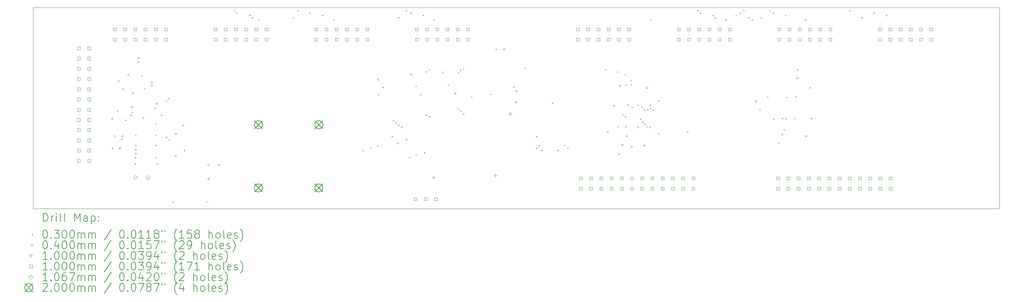
<source format=gbr>
%TF.GenerationSoftware,KiCad,Pcbnew,8.0.6*%
%TF.CreationDate,2025-03-15T00:46:33-07:00*%
%TF.ProjectId,input_pcb2,696e7075-745f-4706-9362-322e6b696361,rev?*%
%TF.SameCoordinates,Original*%
%TF.FileFunction,Drillmap*%
%TF.FilePolarity,Positive*%
%FSLAX45Y45*%
G04 Gerber Fmt 4.5, Leading zero omitted, Abs format (unit mm)*
G04 Created by KiCad (PCBNEW 8.0.6) date 2025-03-15 00:46:33*
%MOMM*%
%LPD*%
G01*
G04 APERTURE LIST*
%ADD10C,0.050000*%
%ADD11C,0.200000*%
%ADD12C,0.100000*%
%ADD13C,0.106680*%
G04 APERTURE END LIST*
D10*
X2000000Y-8000000D02*
X26000000Y-8000000D01*
X26000000Y-13000000D01*
X2000000Y-13000000D01*
X2000000Y-8000000D01*
D11*
D12*
X3955000Y-11485000D02*
X3985000Y-11515000D01*
X3985000Y-11485000D02*
X3955000Y-11515000D01*
X4015000Y-11175000D02*
X4045000Y-11205000D01*
X4045000Y-11175000D02*
X4015000Y-11205000D01*
X4085000Y-10555000D02*
X4115000Y-10585000D01*
X4115000Y-10555000D02*
X4085000Y-10585000D01*
X4115000Y-9815000D02*
X4145000Y-9845000D01*
X4145000Y-9815000D02*
X4115000Y-9845000D01*
X4195000Y-11257500D02*
X4225000Y-11287500D01*
X4225000Y-11257500D02*
X4195000Y-11287500D01*
X4211842Y-11179293D02*
X4241842Y-11209293D01*
X4241842Y-11179293D02*
X4211842Y-11209293D01*
X4219200Y-10010000D02*
X4249200Y-10040000D01*
X4249200Y-10010000D02*
X4219200Y-10040000D01*
X4285000Y-10785000D02*
X4315000Y-10815000D01*
X4315000Y-10785000D02*
X4285000Y-10815000D01*
X4346475Y-9654615D02*
X4376475Y-9684615D01*
X4376475Y-9654615D02*
X4346475Y-9684615D01*
X4415000Y-10665000D02*
X4445000Y-10695000D01*
X4445000Y-10665000D02*
X4415000Y-10695000D01*
X4446514Y-10591468D02*
X4476514Y-10621468D01*
X4476514Y-10591468D02*
X4446514Y-10621468D01*
X4466250Y-10115000D02*
X4496250Y-10145000D01*
X4496250Y-10115000D02*
X4466250Y-10145000D01*
X4525000Y-11715000D02*
X4555000Y-11745000D01*
X4555000Y-11715000D02*
X4525000Y-11745000D01*
X4525000Y-11865000D02*
X4555000Y-11895000D01*
X4555000Y-11865000D02*
X4525000Y-11895000D01*
X4535000Y-11165000D02*
X4565000Y-11195000D01*
X4565000Y-11165000D02*
X4535000Y-11195000D01*
X4535000Y-11415000D02*
X4565000Y-11445000D01*
X4565000Y-11415000D02*
X4535000Y-11445000D01*
X4535000Y-11515000D02*
X4565000Y-11545000D01*
X4565000Y-11515000D02*
X4535000Y-11545000D01*
X4537500Y-11615000D02*
X4567500Y-11645000D01*
X4567500Y-11615000D02*
X4537500Y-11645000D01*
X4599200Y-9341765D02*
X4629200Y-9371765D01*
X4629200Y-9341765D02*
X4599200Y-9371765D01*
X4686100Y-9685000D02*
X4716100Y-9715000D01*
X4716100Y-9685000D02*
X4686100Y-9715000D01*
X4755000Y-10005000D02*
X4785000Y-10035000D01*
X4785000Y-10005000D02*
X4755000Y-10035000D01*
X4935000Y-9915000D02*
X4965000Y-9945000D01*
X4965000Y-9915000D02*
X4935000Y-9945000D01*
X4935301Y-9834612D02*
X4965301Y-9864612D01*
X4965301Y-9834612D02*
X4935301Y-9864612D01*
X5015000Y-10485000D02*
X5045000Y-10515000D01*
X5045000Y-10485000D02*
X5015000Y-10515000D01*
X5035000Y-10865000D02*
X5065000Y-10895000D01*
X5065000Y-10865000D02*
X5035000Y-10895000D01*
X5035000Y-11165000D02*
X5065000Y-11195000D01*
X5065000Y-11165000D02*
X5035000Y-11195000D01*
X5035000Y-11415000D02*
X5065000Y-11445000D01*
X5065000Y-11415000D02*
X5035000Y-11445000D01*
X5035000Y-11715000D02*
X5065000Y-11745000D01*
X5065000Y-11715000D02*
X5035000Y-11745000D01*
X5065000Y-11865000D02*
X5095000Y-11895000D01*
X5095000Y-11865000D02*
X5065000Y-11895000D01*
X5175000Y-10665000D02*
X5205000Y-10695000D01*
X5205000Y-10665000D02*
X5175000Y-10695000D01*
X5294092Y-10305850D02*
X5324092Y-10335850D01*
X5324092Y-10305850D02*
X5294092Y-10335850D01*
X5295000Y-11215000D02*
X5325000Y-11245000D01*
X5325000Y-11215000D02*
X5295000Y-11245000D01*
X5352500Y-10251183D02*
X5382500Y-10281183D01*
X5382500Y-10251183D02*
X5352500Y-10281183D01*
X5357470Y-11264976D02*
X5387470Y-11294976D01*
X5387470Y-11264976D02*
X5357470Y-11294976D01*
X5465000Y-12825000D02*
X5495000Y-12855000D01*
X5495000Y-12825000D02*
X5465000Y-12855000D01*
X5715000Y-10915000D02*
X5745000Y-10945000D01*
X5745000Y-10915000D02*
X5715000Y-10945000D01*
X5745000Y-11537500D02*
X5775000Y-11567500D01*
X5775000Y-11537500D02*
X5745000Y-11567500D01*
X6305000Y-12806560D02*
X6335000Y-12836560D01*
X6335000Y-12806560D02*
X6305000Y-12836560D01*
X6985000Y-8065000D02*
X7015000Y-8095000D01*
X7015000Y-8065000D02*
X6985000Y-8095000D01*
X7045000Y-8122500D02*
X7075000Y-8152500D01*
X7075000Y-8122500D02*
X7045000Y-8152500D01*
X7375000Y-8180000D02*
X7405000Y-8210000D01*
X7405000Y-8180000D02*
X7375000Y-8210000D01*
X7430621Y-8237500D02*
X7460621Y-8267500D01*
X7460621Y-8237500D02*
X7430621Y-8267500D01*
X7585000Y-8295000D02*
X7615000Y-8325000D01*
X7615000Y-8295000D02*
X7585000Y-8325000D01*
X8453817Y-8237500D02*
X8483817Y-8267500D01*
X8483817Y-8237500D02*
X8453817Y-8267500D01*
X8565000Y-8065000D02*
X8595000Y-8095000D01*
X8595000Y-8065000D02*
X8565000Y-8095000D01*
X8855000Y-8122500D02*
X8885000Y-8152500D01*
X8885000Y-8122500D02*
X8855000Y-8152500D01*
X9175000Y-8180000D02*
X9205000Y-8210000D01*
X9205000Y-8180000D02*
X9175000Y-8210000D01*
X9455000Y-8295000D02*
X9485000Y-8325000D01*
X9485000Y-8295000D02*
X9455000Y-8325000D01*
X10185000Y-11537500D02*
X10215000Y-11567500D01*
X10215000Y-11537500D02*
X10185000Y-11567500D01*
X10365000Y-11480000D02*
X10395000Y-11510000D01*
X10395000Y-11480000D02*
X10365000Y-11510000D01*
X10545000Y-11422500D02*
X10575000Y-11452500D01*
X10575000Y-11422500D02*
X10545000Y-11452500D01*
X10674992Y-9975000D02*
X10704992Y-10005000D01*
X10704992Y-9975000D02*
X10674992Y-10005000D01*
X10905000Y-11192500D02*
X10935000Y-11222500D01*
X10935000Y-11192500D02*
X10905000Y-11222500D01*
X10935000Y-10795000D02*
X10965000Y-10825000D01*
X10965000Y-10795000D02*
X10935000Y-10825000D01*
X11005000Y-10855000D02*
X11035000Y-10885000D01*
X11035000Y-10855000D02*
X11005000Y-10885000D01*
X11045000Y-11360000D02*
X11075000Y-11390000D01*
X11075000Y-11360000D02*
X11045000Y-11390000D01*
X11065000Y-8237500D02*
X11095000Y-8267500D01*
X11095000Y-8237500D02*
X11065000Y-8267500D01*
X11065000Y-10915000D02*
X11095000Y-10945000D01*
X11095000Y-10915000D02*
X11065000Y-10945000D01*
X11135000Y-10962500D02*
X11165000Y-10992500D01*
X11165000Y-10962500D02*
X11135000Y-10992500D01*
X11255000Y-8065000D02*
X11285000Y-8095000D01*
X11285000Y-8065000D02*
X11255000Y-8095000D01*
X11255000Y-11265000D02*
X11285000Y-11295000D01*
X11285000Y-11265000D02*
X11255000Y-11295000D01*
X11335000Y-11710000D02*
X11365000Y-11740000D01*
X11365000Y-11710000D02*
X11335000Y-11740000D01*
X11365000Y-8122500D02*
X11395000Y-8152500D01*
X11395000Y-8122500D02*
X11365000Y-8152500D01*
X11494992Y-9935000D02*
X11524992Y-9965000D01*
X11524992Y-9935000D02*
X11494992Y-9965000D01*
X11505000Y-11652500D02*
X11535000Y-11682500D01*
X11535000Y-11652500D02*
X11505000Y-11682500D01*
X11675000Y-8180000D02*
X11705000Y-8210000D01*
X11705000Y-8180000D02*
X11675000Y-8210000D01*
X11705000Y-11595000D02*
X11735000Y-11625000D01*
X11735000Y-11595000D02*
X11705000Y-11625000D01*
X11754992Y-9585000D02*
X11784992Y-9615000D01*
X11784992Y-9585000D02*
X11754992Y-9615000D01*
X11755000Y-10655000D02*
X11785000Y-10685000D01*
X11785000Y-10655000D02*
X11755000Y-10685000D01*
X11821556Y-9540624D02*
X11851556Y-9570624D01*
X11851556Y-9540624D02*
X11821556Y-9570624D01*
X11825000Y-10695000D02*
X11855000Y-10725000D01*
X11855000Y-10695000D02*
X11825000Y-10725000D01*
X11935000Y-8295000D02*
X11965000Y-8325000D01*
X11965000Y-8295000D02*
X11935000Y-8325000D01*
X12294992Y-9915000D02*
X12324992Y-9945000D01*
X12324992Y-9915000D02*
X12294992Y-9945000D01*
X12544992Y-9605000D02*
X12574992Y-9635000D01*
X12574992Y-9605000D02*
X12544992Y-9635000D01*
X12545000Y-10495000D02*
X12575000Y-10525000D01*
X12575000Y-10495000D02*
X12545000Y-10525000D01*
X12601560Y-9548431D02*
X12631560Y-9578431D01*
X12631560Y-9548431D02*
X12601560Y-9578431D01*
X12605000Y-10555000D02*
X12635000Y-10585000D01*
X12635000Y-10555000D02*
X12605000Y-10585000D01*
X12672333Y-9511131D02*
X12702333Y-9541131D01*
X12702333Y-9511131D02*
X12672333Y-9541131D01*
X12675000Y-10625000D02*
X12705000Y-10655000D01*
X12705000Y-10625000D02*
X12675000Y-10655000D01*
X12874992Y-10215000D02*
X12904992Y-10245000D01*
X12904992Y-10215000D02*
X12874992Y-10245000D01*
X13356000Y-10143750D02*
X13386000Y-10173750D01*
X13386000Y-10143750D02*
X13356000Y-10173750D01*
X13485407Y-9025407D02*
X13515407Y-9055407D01*
X13515407Y-9025407D02*
X13485407Y-9055407D01*
X13921000Y-9963750D02*
X13951000Y-9993750D01*
X13951000Y-9963750D02*
X13921000Y-9993750D01*
X14205000Y-9495000D02*
X14235000Y-9525000D01*
X14235000Y-9495000D02*
X14205000Y-9525000D01*
X14485000Y-11192500D02*
X14515000Y-11222500D01*
X14515000Y-11192500D02*
X14485000Y-11222500D01*
X14485000Y-11480000D02*
X14515000Y-11510000D01*
X14515000Y-11480000D02*
X14485000Y-11510000D01*
X14545000Y-11422500D02*
X14575000Y-11452500D01*
X14575000Y-11422500D02*
X14545000Y-11452500D01*
X14615000Y-11537500D02*
X14645000Y-11567500D01*
X14645000Y-11537500D02*
X14615000Y-11567500D01*
X14885000Y-10365000D02*
X14915000Y-10395000D01*
X14915000Y-10365000D02*
X14885000Y-10395000D01*
X15015000Y-11537500D02*
X15045000Y-11567500D01*
X15045000Y-11537500D02*
X15015000Y-11567500D01*
X15185000Y-11415000D02*
X15215000Y-11445000D01*
X15215000Y-11415000D02*
X15185000Y-11445000D01*
X15265000Y-11475000D02*
X15295000Y-11505000D01*
X15295000Y-11475000D02*
X15265000Y-11505000D01*
X16205000Y-9530000D02*
X16235000Y-9560000D01*
X16235000Y-9530000D02*
X16205000Y-9560000D01*
X16255000Y-11075000D02*
X16285000Y-11105000D01*
X16285000Y-11075000D02*
X16255000Y-11105000D01*
X16402748Y-10425120D02*
X16432748Y-10455120D01*
X16432748Y-10425120D02*
X16402748Y-10455120D01*
X16498817Y-9587500D02*
X16528817Y-9617500D01*
X16528817Y-9587500D02*
X16498817Y-9617500D01*
X16515000Y-10944880D02*
X16545000Y-10974880D01*
X16545000Y-10944880D02*
X16515000Y-10974880D01*
X16535000Y-11625000D02*
X16565000Y-11655000D01*
X16565000Y-11625000D02*
X16535000Y-11655000D01*
X16635000Y-10645000D02*
X16665000Y-10675000D01*
X16665000Y-10645000D02*
X16635000Y-10675000D01*
X16690659Y-9652500D02*
X16720659Y-9682500D01*
X16720659Y-9652500D02*
X16690659Y-9682500D01*
X16695000Y-10702500D02*
X16725000Y-10732500D01*
X16725000Y-10702500D02*
X16695000Y-10732500D01*
X16705000Y-10944880D02*
X16735000Y-10974880D01*
X16735000Y-10944880D02*
X16705000Y-10974880D01*
X16712500Y-9915000D02*
X16742500Y-9945000D01*
X16742500Y-9915000D02*
X16712500Y-9945000D01*
X16725000Y-11182500D02*
X16755000Y-11212500D01*
X16755000Y-11182500D02*
X16725000Y-11212500D01*
X16760000Y-10409788D02*
X16790000Y-10439788D01*
X16790000Y-10409788D02*
X16760000Y-10439788D01*
X16835000Y-9905000D02*
X16865000Y-9935000D01*
X16865000Y-9905000D02*
X16835000Y-9935000D01*
X16836317Y-9795000D02*
X16866317Y-9825000D01*
X16866317Y-9795000D02*
X16836317Y-9825000D01*
X16852500Y-11445000D02*
X16882500Y-11475000D01*
X16882500Y-11445000D02*
X16852500Y-11475000D01*
X16860000Y-10465000D02*
X16890000Y-10495000D01*
X16890000Y-10465000D02*
X16860000Y-10495000D01*
X17010000Y-10409788D02*
X17040000Y-10439788D01*
X17040000Y-10409788D02*
X17010000Y-10439788D01*
X17010000Y-10960212D02*
X17040000Y-10990212D01*
X17040000Y-10960212D02*
X17010000Y-10990212D01*
X17069187Y-10760034D02*
X17099187Y-10790034D01*
X17099187Y-10760034D02*
X17069187Y-10790034D01*
X17115685Y-10464981D02*
X17145685Y-10494981D01*
X17145685Y-10464981D02*
X17115685Y-10494981D01*
X17119027Y-10827500D02*
X17149027Y-10857500D01*
X17149027Y-10827500D02*
X17119027Y-10857500D01*
X17165599Y-10527500D02*
X17195599Y-10557500D01*
X17195599Y-10527500D02*
X17165599Y-10557500D01*
X17174408Y-10885232D02*
X17204408Y-10915232D01*
X17204408Y-10885232D02*
X17174408Y-10915232D01*
X17227574Y-10945010D02*
X17257574Y-10975010D01*
X17257574Y-10945010D02*
X17227574Y-10975010D01*
X17246916Y-10527500D02*
X17276916Y-10557500D01*
X17276916Y-10527500D02*
X17246916Y-10557500D01*
X17310000Y-10960213D02*
X17340000Y-10990213D01*
X17340000Y-10960213D02*
X17310000Y-10990213D01*
X17310000Y-10409787D02*
X17340000Y-10439787D01*
X17340000Y-10409787D02*
X17310000Y-10439787D01*
X17317290Y-10489455D02*
X17347290Y-10519455D01*
X17347290Y-10489455D02*
X17317290Y-10519455D01*
X17335000Y-8298500D02*
X17365000Y-8328500D01*
X17365000Y-8298500D02*
X17335000Y-8328500D01*
X17387665Y-10527500D02*
X17417665Y-10557500D01*
X17417665Y-10527500D02*
X17387665Y-10557500D01*
X17515000Y-10305000D02*
X17545000Y-10335000D01*
X17545000Y-10305000D02*
X17515000Y-10335000D01*
X17517458Y-11122543D02*
X17547458Y-11152543D01*
X17547458Y-11122543D02*
X17517458Y-11152543D01*
X18235000Y-11075000D02*
X18265000Y-11105000D01*
X18265000Y-11075000D02*
X18235000Y-11105000D01*
X18495000Y-8065000D02*
X18525000Y-8095000D01*
X18525000Y-8065000D02*
X18495000Y-8095000D01*
X18561564Y-8122500D02*
X18591564Y-8152500D01*
X18591564Y-8122500D02*
X18561564Y-8152500D01*
X18865000Y-8183500D02*
X18895000Y-8213500D01*
X18895000Y-8183500D02*
X18865000Y-8213500D01*
X18925000Y-8241000D02*
X18955000Y-8271000D01*
X18955000Y-8241000D02*
X18925000Y-8271000D01*
X19185000Y-8298500D02*
X19215000Y-8328500D01*
X19215000Y-8298500D02*
X19185000Y-8328500D01*
X19445000Y-8183500D02*
X19475000Y-8213500D01*
X19475000Y-8183500D02*
X19445000Y-8213500D01*
X19545000Y-8122500D02*
X19575000Y-8152500D01*
X19575000Y-8122500D02*
X19545000Y-8152500D01*
X19635000Y-8065000D02*
X19665000Y-8095000D01*
X19665000Y-8065000D02*
X19635000Y-8095000D01*
X19755000Y-8241000D02*
X19785000Y-8271000D01*
X19785000Y-8241000D02*
X19755000Y-8271000D01*
X19845000Y-8298500D02*
X19875000Y-8328500D01*
X19875000Y-8298500D02*
X19845000Y-8328500D01*
X20035000Y-10525000D02*
X20065000Y-10555000D01*
X20065000Y-10525000D02*
X20035000Y-10555000D01*
X20055000Y-8241000D02*
X20085000Y-8271000D01*
X20085000Y-8241000D02*
X20055000Y-8271000D01*
X20225000Y-10205000D02*
X20255000Y-10235000D01*
X20255000Y-10205000D02*
X20225000Y-10235000D01*
X20285000Y-8065000D02*
X20315000Y-8095000D01*
X20315000Y-8065000D02*
X20285000Y-8095000D01*
X20365000Y-8122500D02*
X20395000Y-8152500D01*
X20395000Y-8122500D02*
X20365000Y-8152500D01*
X20374973Y-10755397D02*
X20404973Y-10785397D01*
X20404973Y-10755397D02*
X20374973Y-10785397D01*
X20495000Y-11355000D02*
X20525000Y-11385000D01*
X20525000Y-11355000D02*
X20495000Y-11385000D01*
X20593706Y-10740078D02*
X20623706Y-10770078D01*
X20623706Y-10740078D02*
X20593706Y-10770078D01*
X20635000Y-11025000D02*
X20665000Y-11055000D01*
X20665000Y-11025000D02*
X20635000Y-11055000D01*
X20675000Y-8183500D02*
X20705000Y-8213500D01*
X20705000Y-8183500D02*
X20675000Y-8213500D01*
X20679987Y-10750198D02*
X20709987Y-10780198D01*
X20709987Y-10750198D02*
X20679987Y-10780198D01*
X20696004Y-10218012D02*
X20726004Y-10248012D01*
X20726004Y-10218012D02*
X20696004Y-10248012D01*
X20895803Y-10740549D02*
X20925803Y-10770549D01*
X20925803Y-10740549D02*
X20895803Y-10770549D01*
X20925000Y-10205000D02*
X20955000Y-10235000D01*
X20955000Y-10205000D02*
X20925000Y-10235000D01*
X20965000Y-9539788D02*
X20995000Y-9569788D01*
X20995000Y-9539788D02*
X20965000Y-9569788D01*
X21165000Y-8298500D02*
X21195000Y-8328500D01*
X21195000Y-8298500D02*
X21165000Y-8328500D01*
X21279987Y-9979908D02*
X21309987Y-10009908D01*
X21309987Y-9979908D02*
X21279987Y-10009908D01*
X21313214Y-10740078D02*
X21343214Y-10770078D01*
X21343214Y-10740078D02*
X21313214Y-10770078D01*
X22265000Y-8065000D02*
X22295000Y-8095000D01*
X22295000Y-8065000D02*
X22265000Y-8095000D01*
X22565000Y-8241000D02*
X22595000Y-8271000D01*
X22595000Y-8241000D02*
X22565000Y-8271000D01*
X22864000Y-8126000D02*
X22894000Y-8156000D01*
X22894000Y-8126000D02*
X22864000Y-8156000D01*
X23177000Y-8185000D02*
X23207000Y-8215000D01*
X23207000Y-8185000D02*
X23177000Y-8215000D01*
X3990000Y-10770000D02*
G75*
G02*
X3950000Y-10770000I-20000J0D01*
G01*
X3950000Y-10770000D02*
G75*
G02*
X3990000Y-10770000I20000J0D01*
G01*
X4178282Y-11503282D02*
G75*
G02*
X4138282Y-11503282I-20000J0D01*
G01*
X4138282Y-11503282D02*
G75*
G02*
X4178282Y-11503282I20000J0D01*
G01*
X4480000Y-10480000D02*
G75*
G02*
X4440000Y-10480000I-20000J0D01*
G01*
X4440000Y-10480000D02*
G75*
G02*
X4480000Y-10480000I20000J0D01*
G01*
X4646686Y-9261462D02*
G75*
G02*
X4606686Y-9261462I-20000J0D01*
G01*
X4606686Y-9261462D02*
G75*
G02*
X4646686Y-9261462I20000J0D01*
G01*
X4760000Y-10747500D02*
G75*
G02*
X4720000Y-10747500I-20000J0D01*
G01*
X4720000Y-10747500D02*
G75*
G02*
X4760000Y-10747500I20000J0D01*
G01*
X5100000Y-10390000D02*
G75*
G02*
X5060000Y-10390000I-20000J0D01*
G01*
X5060000Y-10390000D02*
G75*
G02*
X5100000Y-10390000I20000J0D01*
G01*
X5560000Y-11700000D02*
G75*
G02*
X5520000Y-11700000I-20000J0D01*
G01*
X5520000Y-11700000D02*
G75*
G02*
X5560000Y-11700000I20000J0D01*
G01*
X5570000Y-11140000D02*
G75*
G02*
X5530000Y-11140000I-20000J0D01*
G01*
X5530000Y-11140000D02*
G75*
G02*
X5570000Y-11140000I20000J0D01*
G01*
X6380000Y-11915000D02*
G75*
G02*
X6340000Y-11915000I-20000J0D01*
G01*
X6340000Y-11915000D02*
G75*
G02*
X6380000Y-11915000I20000J0D01*
G01*
X6380000Y-12260000D02*
G75*
G02*
X6340000Y-12260000I-20000J0D01*
G01*
X6340000Y-12260000D02*
G75*
G02*
X6380000Y-12260000I20000J0D01*
G01*
X6640000Y-11915000D02*
G75*
G02*
X6600000Y-11915000I-20000J0D01*
G01*
X6600000Y-11915000D02*
G75*
G02*
X6640000Y-11915000I20000J0D01*
G01*
X10590000Y-9790000D02*
G75*
G02*
X10550000Y-9790000I-20000J0D01*
G01*
X10550000Y-9790000D02*
G75*
G02*
X10590000Y-9790000I20000J0D01*
G01*
X10600000Y-10170000D02*
G75*
G02*
X10560000Y-10170000I-20000J0D01*
G01*
X10560000Y-10170000D02*
G75*
G02*
X10600000Y-10170000I20000J0D01*
G01*
X11410000Y-9667500D02*
G75*
G02*
X11370000Y-9667500I-20000J0D01*
G01*
X11370000Y-9667500D02*
G75*
G02*
X11410000Y-9667500I20000J0D01*
G01*
X11650000Y-10170000D02*
G75*
G02*
X11610000Y-10170000I-20000J0D01*
G01*
X11610000Y-10170000D02*
G75*
G02*
X11650000Y-10170000I20000J0D01*
G01*
X11970000Y-12230000D02*
G75*
G02*
X11930000Y-12230000I-20000J0D01*
G01*
X11930000Y-12230000D02*
G75*
G02*
X11970000Y-12230000I20000J0D01*
G01*
X12200000Y-9620000D02*
G75*
G02*
X12160000Y-9620000I-20000J0D01*
G01*
X12160000Y-9620000D02*
G75*
G02*
X12200000Y-9620000I20000J0D01*
G01*
X12510000Y-10135000D02*
G75*
G02*
X12470000Y-10135000I-20000J0D01*
G01*
X12470000Y-10135000D02*
G75*
G02*
X12510000Y-10135000I20000J0D01*
G01*
X13720000Y-9040000D02*
G75*
G02*
X13680000Y-9040000I-20000J0D01*
G01*
X13680000Y-9040000D02*
G75*
G02*
X13720000Y-9040000I20000J0D01*
G01*
X14016000Y-10358750D02*
G75*
G02*
X13976000Y-10358750I-20000J0D01*
G01*
X13976000Y-10358750D02*
G75*
G02*
X14016000Y-10358750I20000J0D01*
G01*
X14026000Y-10078750D02*
G75*
G02*
X13986000Y-10078750I-20000J0D01*
G01*
X13986000Y-10078750D02*
G75*
G02*
X14026000Y-10078750I20000J0D01*
G01*
X16600000Y-9950000D02*
G75*
G02*
X16560000Y-9950000I-20000J0D01*
G01*
X16560000Y-9950000D02*
G75*
G02*
X16600000Y-9950000I20000J0D01*
G01*
X16657141Y-11411455D02*
G75*
G02*
X16617141Y-11411455I-20000J0D01*
G01*
X16617141Y-11411455D02*
G75*
G02*
X16657141Y-11411455I20000J0D01*
G01*
X17200000Y-11430000D02*
G75*
G02*
X17160000Y-11430000I-20000J0D01*
G01*
X17160000Y-11430000D02*
G75*
G02*
X17200000Y-11430000I20000J0D01*
G01*
X17270000Y-10000000D02*
G75*
G02*
X17230000Y-10000000I-20000J0D01*
G01*
X17230000Y-10000000D02*
G75*
G02*
X17270000Y-10000000I20000J0D01*
G01*
X19968458Y-10332199D02*
G75*
G02*
X19928458Y-10332199I-20000J0D01*
G01*
X19928458Y-10332199D02*
G75*
G02*
X19968458Y-10332199I20000J0D01*
G01*
X20623737Y-11156263D02*
G75*
G02*
X20583737Y-11156263I-20000J0D01*
G01*
X20583737Y-11156263D02*
G75*
G02*
X20623737Y-11156263I20000J0D01*
G01*
X21000000Y-9760000D02*
G75*
G02*
X20960000Y-9760000I-20000J0D01*
G01*
X20960000Y-9760000D02*
G75*
G02*
X21000000Y-9760000I20000J0D01*
G01*
X21220000Y-11200000D02*
G75*
G02*
X21180000Y-11200000I-20000J0D01*
G01*
X21180000Y-11200000D02*
G75*
G02*
X21220000Y-11200000I20000J0D01*
G01*
X13480000Y-12130000D02*
X13480000Y-12230000D01*
X13430000Y-12180000D02*
X13530000Y-12180000D01*
X13846000Y-10598750D02*
X13846000Y-10698750D01*
X13796000Y-10648750D02*
X13896000Y-10648750D01*
X3175356Y-9051356D02*
X3175356Y-8980644D01*
X3104644Y-8980644D01*
X3104644Y-9051356D01*
X3175356Y-9051356D01*
X3175356Y-9305356D02*
X3175356Y-9234644D01*
X3104644Y-9234644D01*
X3104644Y-9305356D01*
X3175356Y-9305356D01*
X3175356Y-9559356D02*
X3175356Y-9488644D01*
X3104644Y-9488644D01*
X3104644Y-9559356D01*
X3175356Y-9559356D01*
X3175356Y-9813356D02*
X3175356Y-9742644D01*
X3104644Y-9742644D01*
X3104644Y-9813356D01*
X3175356Y-9813356D01*
X3175356Y-10067356D02*
X3175356Y-9996644D01*
X3104644Y-9996644D01*
X3104644Y-10067356D01*
X3175356Y-10067356D01*
X3175356Y-10321356D02*
X3175356Y-10250644D01*
X3104644Y-10250644D01*
X3104644Y-10321356D01*
X3175356Y-10321356D01*
X3175356Y-10575356D02*
X3175356Y-10504644D01*
X3104644Y-10504644D01*
X3104644Y-10575356D01*
X3175356Y-10575356D01*
X3175356Y-10829356D02*
X3175356Y-10758644D01*
X3104644Y-10758644D01*
X3104644Y-10829356D01*
X3175356Y-10829356D01*
X3175356Y-11083356D02*
X3175356Y-11012644D01*
X3104644Y-11012644D01*
X3104644Y-11083356D01*
X3175356Y-11083356D01*
X3175356Y-11337356D02*
X3175356Y-11266644D01*
X3104644Y-11266644D01*
X3104644Y-11337356D01*
X3175356Y-11337356D01*
X3175356Y-11591356D02*
X3175356Y-11520644D01*
X3104644Y-11520644D01*
X3104644Y-11591356D01*
X3175356Y-11591356D01*
X3175356Y-11845356D02*
X3175356Y-11774644D01*
X3104644Y-11774644D01*
X3104644Y-11845356D01*
X3175356Y-11845356D01*
X3429356Y-9051356D02*
X3429356Y-8980644D01*
X3358644Y-8980644D01*
X3358644Y-9051356D01*
X3429356Y-9051356D01*
X3429356Y-9305356D02*
X3429356Y-9234644D01*
X3358644Y-9234644D01*
X3358644Y-9305356D01*
X3429356Y-9305356D01*
X3429356Y-9559356D02*
X3429356Y-9488644D01*
X3358644Y-9488644D01*
X3358644Y-9559356D01*
X3429356Y-9559356D01*
X3429356Y-9813356D02*
X3429356Y-9742644D01*
X3358644Y-9742644D01*
X3358644Y-9813356D01*
X3429356Y-9813356D01*
X3429356Y-10067356D02*
X3429356Y-9996644D01*
X3358644Y-9996644D01*
X3358644Y-10067356D01*
X3429356Y-10067356D01*
X3429356Y-10321356D02*
X3429356Y-10250644D01*
X3358644Y-10250644D01*
X3358644Y-10321356D01*
X3429356Y-10321356D01*
X3429356Y-10575356D02*
X3429356Y-10504644D01*
X3358644Y-10504644D01*
X3358644Y-10575356D01*
X3429356Y-10575356D01*
X3429356Y-10829356D02*
X3429356Y-10758644D01*
X3358644Y-10758644D01*
X3358644Y-10829356D01*
X3429356Y-10829356D01*
X3429356Y-11083356D02*
X3429356Y-11012644D01*
X3358644Y-11012644D01*
X3358644Y-11083356D01*
X3429356Y-11083356D01*
X3429356Y-11337356D02*
X3429356Y-11266644D01*
X3358644Y-11266644D01*
X3358644Y-11337356D01*
X3429356Y-11337356D01*
X3429356Y-11591356D02*
X3429356Y-11520644D01*
X3358644Y-11520644D01*
X3358644Y-11591356D01*
X3429356Y-11591356D01*
X3429356Y-11845356D02*
X3429356Y-11774644D01*
X3358644Y-11774644D01*
X3358644Y-11845356D01*
X3429356Y-11845356D01*
X4065356Y-8581356D02*
X4065356Y-8510644D01*
X3994644Y-8510644D01*
X3994644Y-8581356D01*
X4065356Y-8581356D01*
X4065356Y-8835356D02*
X4065356Y-8764644D01*
X3994644Y-8764644D01*
X3994644Y-8835356D01*
X4065356Y-8835356D01*
X4319356Y-8581356D02*
X4319356Y-8510644D01*
X4248644Y-8510644D01*
X4248644Y-8581356D01*
X4319356Y-8581356D01*
X4319356Y-8835356D02*
X4319356Y-8764644D01*
X4248644Y-8764644D01*
X4248644Y-8835356D01*
X4319356Y-8835356D01*
X4573356Y-8581356D02*
X4573356Y-8510644D01*
X4502644Y-8510644D01*
X4502644Y-8581356D01*
X4573356Y-8581356D01*
X4573356Y-8835356D02*
X4573356Y-8764644D01*
X4502644Y-8764644D01*
X4502644Y-8835356D01*
X4573356Y-8835356D01*
X4827356Y-8581356D02*
X4827356Y-8510644D01*
X4756644Y-8510644D01*
X4756644Y-8581356D01*
X4827356Y-8581356D01*
X4827356Y-8835356D02*
X4827356Y-8764644D01*
X4756644Y-8764644D01*
X4756644Y-8835356D01*
X4827356Y-8835356D01*
X5081356Y-8581356D02*
X5081356Y-8510644D01*
X5010644Y-8510644D01*
X5010644Y-8581356D01*
X5081356Y-8581356D01*
X5081356Y-8835356D02*
X5081356Y-8764644D01*
X5010644Y-8764644D01*
X5010644Y-8835356D01*
X5081356Y-8835356D01*
X5335356Y-8581356D02*
X5335356Y-8510644D01*
X5264644Y-8510644D01*
X5264644Y-8581356D01*
X5335356Y-8581356D01*
X5335356Y-8835356D02*
X5335356Y-8764644D01*
X5264644Y-8764644D01*
X5264644Y-8835356D01*
X5335356Y-8835356D01*
X6565356Y-8581356D02*
X6565356Y-8510644D01*
X6494644Y-8510644D01*
X6494644Y-8581356D01*
X6565356Y-8581356D01*
X6565356Y-8835356D02*
X6565356Y-8764644D01*
X6494644Y-8764644D01*
X6494644Y-8835356D01*
X6565356Y-8835356D01*
X6819356Y-8581356D02*
X6819356Y-8510644D01*
X6748644Y-8510644D01*
X6748644Y-8581356D01*
X6819356Y-8581356D01*
X6819356Y-8835356D02*
X6819356Y-8764644D01*
X6748644Y-8764644D01*
X6748644Y-8835356D01*
X6819356Y-8835356D01*
X7073356Y-8581356D02*
X7073356Y-8510644D01*
X7002644Y-8510644D01*
X7002644Y-8581356D01*
X7073356Y-8581356D01*
X7073356Y-8835356D02*
X7073356Y-8764644D01*
X7002644Y-8764644D01*
X7002644Y-8835356D01*
X7073356Y-8835356D01*
X7327356Y-8581356D02*
X7327356Y-8510644D01*
X7256644Y-8510644D01*
X7256644Y-8581356D01*
X7327356Y-8581356D01*
X7327356Y-8835356D02*
X7327356Y-8764644D01*
X7256644Y-8764644D01*
X7256644Y-8835356D01*
X7327356Y-8835356D01*
X7581356Y-8581356D02*
X7581356Y-8510644D01*
X7510644Y-8510644D01*
X7510644Y-8581356D01*
X7581356Y-8581356D01*
X7581356Y-8835356D02*
X7581356Y-8764644D01*
X7510644Y-8764644D01*
X7510644Y-8835356D01*
X7581356Y-8835356D01*
X7835356Y-8581356D02*
X7835356Y-8510644D01*
X7764644Y-8510644D01*
X7764644Y-8581356D01*
X7835356Y-8581356D01*
X7835356Y-8835356D02*
X7835356Y-8764644D01*
X7764644Y-8764644D01*
X7764644Y-8835356D01*
X7835356Y-8835356D01*
X9065356Y-8581356D02*
X9065356Y-8510644D01*
X8994644Y-8510644D01*
X8994644Y-8581356D01*
X9065356Y-8581356D01*
X9065356Y-8835356D02*
X9065356Y-8764644D01*
X8994644Y-8764644D01*
X8994644Y-8835356D01*
X9065356Y-8835356D01*
X9319356Y-8581356D02*
X9319356Y-8510644D01*
X9248644Y-8510644D01*
X9248644Y-8581356D01*
X9319356Y-8581356D01*
X9319356Y-8835356D02*
X9319356Y-8764644D01*
X9248644Y-8764644D01*
X9248644Y-8835356D01*
X9319356Y-8835356D01*
X9573356Y-8581356D02*
X9573356Y-8510644D01*
X9502644Y-8510644D01*
X9502644Y-8581356D01*
X9573356Y-8581356D01*
X9573356Y-8835356D02*
X9573356Y-8764644D01*
X9502644Y-8764644D01*
X9502644Y-8835356D01*
X9573356Y-8835356D01*
X9827356Y-8581356D02*
X9827356Y-8510644D01*
X9756644Y-8510644D01*
X9756644Y-8581356D01*
X9827356Y-8581356D01*
X9827356Y-8835356D02*
X9827356Y-8764644D01*
X9756644Y-8764644D01*
X9756644Y-8835356D01*
X9827356Y-8835356D01*
X10081356Y-8581356D02*
X10081356Y-8510644D01*
X10010644Y-8510644D01*
X10010644Y-8581356D01*
X10081356Y-8581356D01*
X10081356Y-8835356D02*
X10081356Y-8764644D01*
X10010644Y-8764644D01*
X10010644Y-8835356D01*
X10081356Y-8835356D01*
X10335356Y-8581356D02*
X10335356Y-8510644D01*
X10264644Y-8510644D01*
X10264644Y-8581356D01*
X10335356Y-8581356D01*
X10335356Y-8835356D02*
X10335356Y-8764644D01*
X10264644Y-8764644D01*
X10264644Y-8835356D01*
X10335356Y-8835356D01*
X11527356Y-12795356D02*
X11527356Y-12724644D01*
X11456644Y-12724644D01*
X11456644Y-12795356D01*
X11527356Y-12795356D01*
X11565356Y-8581356D02*
X11565356Y-8510644D01*
X11494644Y-8510644D01*
X11494644Y-8581356D01*
X11565356Y-8581356D01*
X11565356Y-8835356D02*
X11565356Y-8764644D01*
X11494644Y-8764644D01*
X11494644Y-8835356D01*
X11565356Y-8835356D01*
X11781356Y-12795356D02*
X11781356Y-12724644D01*
X11710644Y-12724644D01*
X11710644Y-12795356D01*
X11781356Y-12795356D01*
X11819356Y-8581356D02*
X11819356Y-8510644D01*
X11748644Y-8510644D01*
X11748644Y-8581356D01*
X11819356Y-8581356D01*
X11819356Y-8835356D02*
X11819356Y-8764644D01*
X11748644Y-8764644D01*
X11748644Y-8835356D01*
X11819356Y-8835356D01*
X12035356Y-12795356D02*
X12035356Y-12724644D01*
X11964644Y-12724644D01*
X11964644Y-12795356D01*
X12035356Y-12795356D01*
X12073356Y-8581356D02*
X12073356Y-8510644D01*
X12002644Y-8510644D01*
X12002644Y-8581356D01*
X12073356Y-8581356D01*
X12073356Y-8835356D02*
X12073356Y-8764644D01*
X12002644Y-8764644D01*
X12002644Y-8835356D01*
X12073356Y-8835356D01*
X12327356Y-8581356D02*
X12327356Y-8510644D01*
X12256644Y-8510644D01*
X12256644Y-8581356D01*
X12327356Y-8581356D01*
X12327356Y-8835356D02*
X12327356Y-8764644D01*
X12256644Y-8764644D01*
X12256644Y-8835356D01*
X12327356Y-8835356D01*
X12581356Y-8581356D02*
X12581356Y-8510644D01*
X12510644Y-8510644D01*
X12510644Y-8581356D01*
X12581356Y-8581356D01*
X12581356Y-8835356D02*
X12581356Y-8764644D01*
X12510644Y-8764644D01*
X12510644Y-8835356D01*
X12581356Y-8835356D01*
X12835356Y-8581356D02*
X12835356Y-8510644D01*
X12764644Y-8510644D01*
X12764644Y-8581356D01*
X12835356Y-8581356D01*
X12835356Y-8835356D02*
X12835356Y-8764644D01*
X12764644Y-8764644D01*
X12764644Y-8835356D01*
X12835356Y-8835356D01*
X15565356Y-8581356D02*
X15565356Y-8510644D01*
X15494644Y-8510644D01*
X15494644Y-8581356D01*
X15565356Y-8581356D01*
X15565356Y-8835356D02*
X15565356Y-8764644D01*
X15494644Y-8764644D01*
X15494644Y-8835356D01*
X15565356Y-8835356D01*
X15635356Y-12281356D02*
X15635356Y-12210644D01*
X15564644Y-12210644D01*
X15564644Y-12281356D01*
X15635356Y-12281356D01*
X15635356Y-12535356D02*
X15635356Y-12464644D01*
X15564644Y-12464644D01*
X15564644Y-12535356D01*
X15635356Y-12535356D01*
X15819356Y-8581356D02*
X15819356Y-8510644D01*
X15748644Y-8510644D01*
X15748644Y-8581356D01*
X15819356Y-8581356D01*
X15819356Y-8835356D02*
X15819356Y-8764644D01*
X15748644Y-8764644D01*
X15748644Y-8835356D01*
X15819356Y-8835356D01*
X15889356Y-12281356D02*
X15889356Y-12210644D01*
X15818644Y-12210644D01*
X15818644Y-12281356D01*
X15889356Y-12281356D01*
X15889356Y-12535356D02*
X15889356Y-12464644D01*
X15818644Y-12464644D01*
X15818644Y-12535356D01*
X15889356Y-12535356D01*
X16073356Y-8581356D02*
X16073356Y-8510644D01*
X16002644Y-8510644D01*
X16002644Y-8581356D01*
X16073356Y-8581356D01*
X16073356Y-8835356D02*
X16073356Y-8764644D01*
X16002644Y-8764644D01*
X16002644Y-8835356D01*
X16073356Y-8835356D01*
X16143356Y-12281356D02*
X16143356Y-12210644D01*
X16072644Y-12210644D01*
X16072644Y-12281356D01*
X16143356Y-12281356D01*
X16143356Y-12535356D02*
X16143356Y-12464644D01*
X16072644Y-12464644D01*
X16072644Y-12535356D01*
X16143356Y-12535356D01*
X16327356Y-8581356D02*
X16327356Y-8510644D01*
X16256644Y-8510644D01*
X16256644Y-8581356D01*
X16327356Y-8581356D01*
X16327356Y-8835356D02*
X16327356Y-8764644D01*
X16256644Y-8764644D01*
X16256644Y-8835356D01*
X16327356Y-8835356D01*
X16397356Y-12281356D02*
X16397356Y-12210644D01*
X16326644Y-12210644D01*
X16326644Y-12281356D01*
X16397356Y-12281356D01*
X16397356Y-12535356D02*
X16397356Y-12464644D01*
X16326644Y-12464644D01*
X16326644Y-12535356D01*
X16397356Y-12535356D01*
X16581356Y-8581356D02*
X16581356Y-8510644D01*
X16510644Y-8510644D01*
X16510644Y-8581356D01*
X16581356Y-8581356D01*
X16581356Y-8835356D02*
X16581356Y-8764644D01*
X16510644Y-8764644D01*
X16510644Y-8835356D01*
X16581356Y-8835356D01*
X16651356Y-12281356D02*
X16651356Y-12210644D01*
X16580644Y-12210644D01*
X16580644Y-12281356D01*
X16651356Y-12281356D01*
X16651356Y-12535356D02*
X16651356Y-12464644D01*
X16580644Y-12464644D01*
X16580644Y-12535356D01*
X16651356Y-12535356D01*
X16835356Y-8581356D02*
X16835356Y-8510644D01*
X16764644Y-8510644D01*
X16764644Y-8581356D01*
X16835356Y-8581356D01*
X16835356Y-8835356D02*
X16835356Y-8764644D01*
X16764644Y-8764644D01*
X16764644Y-8835356D01*
X16835356Y-8835356D01*
X16905356Y-12281356D02*
X16905356Y-12210644D01*
X16834644Y-12210644D01*
X16834644Y-12281356D01*
X16905356Y-12281356D01*
X16905356Y-12535356D02*
X16905356Y-12464644D01*
X16834644Y-12464644D01*
X16834644Y-12535356D01*
X16905356Y-12535356D01*
X17159356Y-12281356D02*
X17159356Y-12210644D01*
X17088644Y-12210644D01*
X17088644Y-12281356D01*
X17159356Y-12281356D01*
X17159356Y-12535356D02*
X17159356Y-12464644D01*
X17088644Y-12464644D01*
X17088644Y-12535356D01*
X17159356Y-12535356D01*
X17413356Y-12281356D02*
X17413356Y-12210644D01*
X17342644Y-12210644D01*
X17342644Y-12281356D01*
X17413356Y-12281356D01*
X17413356Y-12535356D02*
X17413356Y-12464644D01*
X17342644Y-12464644D01*
X17342644Y-12535356D01*
X17413356Y-12535356D01*
X17667356Y-12281356D02*
X17667356Y-12210644D01*
X17596644Y-12210644D01*
X17596644Y-12281356D01*
X17667356Y-12281356D01*
X17667356Y-12535356D02*
X17667356Y-12464644D01*
X17596644Y-12464644D01*
X17596644Y-12535356D01*
X17667356Y-12535356D01*
X17921356Y-12281356D02*
X17921356Y-12210644D01*
X17850644Y-12210644D01*
X17850644Y-12281356D01*
X17921356Y-12281356D01*
X17921356Y-12535356D02*
X17921356Y-12464644D01*
X17850644Y-12464644D01*
X17850644Y-12535356D01*
X17921356Y-12535356D01*
X18065356Y-8581356D02*
X18065356Y-8510644D01*
X17994644Y-8510644D01*
X17994644Y-8581356D01*
X18065356Y-8581356D01*
X18065356Y-8835356D02*
X18065356Y-8764644D01*
X17994644Y-8764644D01*
X17994644Y-8835356D01*
X18065356Y-8835356D01*
X18175356Y-12281356D02*
X18175356Y-12210644D01*
X18104644Y-12210644D01*
X18104644Y-12281356D01*
X18175356Y-12281356D01*
X18175356Y-12535356D02*
X18175356Y-12464644D01*
X18104644Y-12464644D01*
X18104644Y-12535356D01*
X18175356Y-12535356D01*
X18319356Y-8581356D02*
X18319356Y-8510644D01*
X18248644Y-8510644D01*
X18248644Y-8581356D01*
X18319356Y-8581356D01*
X18319356Y-8835356D02*
X18319356Y-8764644D01*
X18248644Y-8764644D01*
X18248644Y-8835356D01*
X18319356Y-8835356D01*
X18429356Y-12281356D02*
X18429356Y-12210644D01*
X18358644Y-12210644D01*
X18358644Y-12281356D01*
X18429356Y-12281356D01*
X18429356Y-12535356D02*
X18429356Y-12464644D01*
X18358644Y-12464644D01*
X18358644Y-12535356D01*
X18429356Y-12535356D01*
X18573356Y-8581356D02*
X18573356Y-8510644D01*
X18502644Y-8510644D01*
X18502644Y-8581356D01*
X18573356Y-8581356D01*
X18573356Y-8835356D02*
X18573356Y-8764644D01*
X18502644Y-8764644D01*
X18502644Y-8835356D01*
X18573356Y-8835356D01*
X18827356Y-8581356D02*
X18827356Y-8510644D01*
X18756644Y-8510644D01*
X18756644Y-8581356D01*
X18827356Y-8581356D01*
X18827356Y-8835356D02*
X18827356Y-8764644D01*
X18756644Y-8764644D01*
X18756644Y-8835356D01*
X18827356Y-8835356D01*
X19081356Y-8581356D02*
X19081356Y-8510644D01*
X19010644Y-8510644D01*
X19010644Y-8581356D01*
X19081356Y-8581356D01*
X19081356Y-8835356D02*
X19081356Y-8764644D01*
X19010644Y-8764644D01*
X19010644Y-8835356D01*
X19081356Y-8835356D01*
X19335356Y-8581356D02*
X19335356Y-8510644D01*
X19264644Y-8510644D01*
X19264644Y-8581356D01*
X19335356Y-8581356D01*
X19335356Y-8835356D02*
X19335356Y-8764644D01*
X19264644Y-8764644D01*
X19264644Y-8835356D01*
X19335356Y-8835356D01*
X20535356Y-12281356D02*
X20535356Y-12210644D01*
X20464644Y-12210644D01*
X20464644Y-12281356D01*
X20535356Y-12281356D01*
X20535356Y-12535356D02*
X20535356Y-12464644D01*
X20464644Y-12464644D01*
X20464644Y-12535356D01*
X20535356Y-12535356D01*
X20565356Y-8581356D02*
X20565356Y-8510644D01*
X20494644Y-8510644D01*
X20494644Y-8581356D01*
X20565356Y-8581356D01*
X20565356Y-8835356D02*
X20565356Y-8764644D01*
X20494644Y-8764644D01*
X20494644Y-8835356D01*
X20565356Y-8835356D01*
X20789356Y-12281356D02*
X20789356Y-12210644D01*
X20718644Y-12210644D01*
X20718644Y-12281356D01*
X20789356Y-12281356D01*
X20789356Y-12535356D02*
X20789356Y-12464644D01*
X20718644Y-12464644D01*
X20718644Y-12535356D01*
X20789356Y-12535356D01*
X20819356Y-8581356D02*
X20819356Y-8510644D01*
X20748644Y-8510644D01*
X20748644Y-8581356D01*
X20819356Y-8581356D01*
X20819356Y-8835356D02*
X20819356Y-8764644D01*
X20748644Y-8764644D01*
X20748644Y-8835356D01*
X20819356Y-8835356D01*
X21043356Y-12281356D02*
X21043356Y-12210644D01*
X20972644Y-12210644D01*
X20972644Y-12281356D01*
X21043356Y-12281356D01*
X21043356Y-12535356D02*
X21043356Y-12464644D01*
X20972644Y-12464644D01*
X20972644Y-12535356D01*
X21043356Y-12535356D01*
X21073356Y-8581356D02*
X21073356Y-8510644D01*
X21002644Y-8510644D01*
X21002644Y-8581356D01*
X21073356Y-8581356D01*
X21073356Y-8835356D02*
X21073356Y-8764644D01*
X21002644Y-8764644D01*
X21002644Y-8835356D01*
X21073356Y-8835356D01*
X21297356Y-12281356D02*
X21297356Y-12210644D01*
X21226644Y-12210644D01*
X21226644Y-12281356D01*
X21297356Y-12281356D01*
X21297356Y-12535356D02*
X21297356Y-12464644D01*
X21226644Y-12464644D01*
X21226644Y-12535356D01*
X21297356Y-12535356D01*
X21327356Y-8581356D02*
X21327356Y-8510644D01*
X21256644Y-8510644D01*
X21256644Y-8581356D01*
X21327356Y-8581356D01*
X21327356Y-8835356D02*
X21327356Y-8764644D01*
X21256644Y-8764644D01*
X21256644Y-8835356D01*
X21327356Y-8835356D01*
X21551356Y-12281356D02*
X21551356Y-12210644D01*
X21480644Y-12210644D01*
X21480644Y-12281356D01*
X21551356Y-12281356D01*
X21551356Y-12535356D02*
X21551356Y-12464644D01*
X21480644Y-12464644D01*
X21480644Y-12535356D01*
X21551356Y-12535356D01*
X21581356Y-8581356D02*
X21581356Y-8510644D01*
X21510644Y-8510644D01*
X21510644Y-8581356D01*
X21581356Y-8581356D01*
X21581356Y-8835356D02*
X21581356Y-8764644D01*
X21510644Y-8764644D01*
X21510644Y-8835356D01*
X21581356Y-8835356D01*
X21805356Y-12281356D02*
X21805356Y-12210644D01*
X21734644Y-12210644D01*
X21734644Y-12281356D01*
X21805356Y-12281356D01*
X21805356Y-12535356D02*
X21805356Y-12464644D01*
X21734644Y-12464644D01*
X21734644Y-12535356D01*
X21805356Y-12535356D01*
X21835356Y-8581356D02*
X21835356Y-8510644D01*
X21764644Y-8510644D01*
X21764644Y-8581356D01*
X21835356Y-8581356D01*
X21835356Y-8835356D02*
X21835356Y-8764644D01*
X21764644Y-8764644D01*
X21764644Y-8835356D01*
X21835356Y-8835356D01*
X22059356Y-12281356D02*
X22059356Y-12210644D01*
X21988644Y-12210644D01*
X21988644Y-12281356D01*
X22059356Y-12281356D01*
X22059356Y-12535356D02*
X22059356Y-12464644D01*
X21988644Y-12464644D01*
X21988644Y-12535356D01*
X22059356Y-12535356D01*
X22313356Y-12281356D02*
X22313356Y-12210644D01*
X22242644Y-12210644D01*
X22242644Y-12281356D01*
X22313356Y-12281356D01*
X22313356Y-12535356D02*
X22313356Y-12464644D01*
X22242644Y-12464644D01*
X22242644Y-12535356D01*
X22313356Y-12535356D01*
X22567356Y-12281356D02*
X22567356Y-12210644D01*
X22496644Y-12210644D01*
X22496644Y-12281356D01*
X22567356Y-12281356D01*
X22567356Y-12535356D02*
X22567356Y-12464644D01*
X22496644Y-12464644D01*
X22496644Y-12535356D01*
X22567356Y-12535356D01*
X22821356Y-12281356D02*
X22821356Y-12210644D01*
X22750644Y-12210644D01*
X22750644Y-12281356D01*
X22821356Y-12281356D01*
X22821356Y-12535356D02*
X22821356Y-12464644D01*
X22750644Y-12464644D01*
X22750644Y-12535356D01*
X22821356Y-12535356D01*
X23065356Y-8581356D02*
X23065356Y-8510644D01*
X22994644Y-8510644D01*
X22994644Y-8581356D01*
X23065356Y-8581356D01*
X23065356Y-8835356D02*
X23065356Y-8764644D01*
X22994644Y-8764644D01*
X22994644Y-8835356D01*
X23065356Y-8835356D01*
X23075356Y-12281356D02*
X23075356Y-12210644D01*
X23004644Y-12210644D01*
X23004644Y-12281356D01*
X23075356Y-12281356D01*
X23075356Y-12535356D02*
X23075356Y-12464644D01*
X23004644Y-12464644D01*
X23004644Y-12535356D01*
X23075356Y-12535356D01*
X23319356Y-8581356D02*
X23319356Y-8510644D01*
X23248644Y-8510644D01*
X23248644Y-8581356D01*
X23319356Y-8581356D01*
X23319356Y-8835356D02*
X23319356Y-8764644D01*
X23248644Y-8764644D01*
X23248644Y-8835356D01*
X23319356Y-8835356D01*
X23329356Y-12281356D02*
X23329356Y-12210644D01*
X23258644Y-12210644D01*
X23258644Y-12281356D01*
X23329356Y-12281356D01*
X23329356Y-12535356D02*
X23329356Y-12464644D01*
X23258644Y-12464644D01*
X23258644Y-12535356D01*
X23329356Y-12535356D01*
X23573356Y-8581356D02*
X23573356Y-8510644D01*
X23502644Y-8510644D01*
X23502644Y-8581356D01*
X23573356Y-8581356D01*
X23573356Y-8835356D02*
X23573356Y-8764644D01*
X23502644Y-8764644D01*
X23502644Y-8835356D01*
X23573356Y-8835356D01*
X23827356Y-8581356D02*
X23827356Y-8510644D01*
X23756644Y-8510644D01*
X23756644Y-8581356D01*
X23827356Y-8581356D01*
X23827356Y-8835356D02*
X23827356Y-8764644D01*
X23756644Y-8764644D01*
X23756644Y-8835356D01*
X23827356Y-8835356D01*
X24081356Y-8581356D02*
X24081356Y-8510644D01*
X24010644Y-8510644D01*
X24010644Y-8581356D01*
X24081356Y-8581356D01*
X24081356Y-8835356D02*
X24081356Y-8764644D01*
X24010644Y-8764644D01*
X24010644Y-8835356D01*
X24081356Y-8835356D01*
X24335356Y-8581356D02*
X24335356Y-8510644D01*
X24264644Y-8510644D01*
X24264644Y-8581356D01*
X24335356Y-8581356D01*
X24335356Y-8835356D02*
X24335356Y-8764644D01*
X24264644Y-8764644D01*
X24264644Y-8835356D01*
X24335356Y-8835356D01*
D13*
X4546660Y-12277530D02*
X4600000Y-12224190D01*
X4546660Y-12170850D01*
X4493320Y-12224190D01*
X4546660Y-12277530D01*
X4846660Y-12277530D02*
X4900000Y-12224190D01*
X4846660Y-12170850D01*
X4793320Y-12224190D01*
X4846660Y-12277530D01*
D11*
X7500000Y-10815000D02*
X7700000Y-11015000D01*
X7700000Y-10815000D02*
X7500000Y-11015000D01*
X7700000Y-10915000D02*
G75*
G02*
X7500000Y-10915000I-100000J0D01*
G01*
X7500000Y-10915000D02*
G75*
G02*
X7700000Y-10915000I100000J0D01*
G01*
X7500000Y-12385000D02*
X7700000Y-12585000D01*
X7700000Y-12385000D02*
X7500000Y-12585000D01*
X7700000Y-12485000D02*
G75*
G02*
X7500000Y-12485000I-100000J0D01*
G01*
X7500000Y-12485000D02*
G75*
G02*
X7700000Y-12485000I100000J0D01*
G01*
X9000000Y-10815000D02*
X9200000Y-11015000D01*
X9200000Y-10815000D02*
X9000000Y-11015000D01*
X9200000Y-10915000D02*
G75*
G02*
X9000000Y-10915000I-100000J0D01*
G01*
X9000000Y-10915000D02*
G75*
G02*
X9200000Y-10915000I100000J0D01*
G01*
X9000000Y-12385000D02*
X9200000Y-12585000D01*
X9200000Y-12385000D02*
X9000000Y-12585000D01*
X9200000Y-12485000D02*
G75*
G02*
X9000000Y-12485000I-100000J0D01*
G01*
X9000000Y-12485000D02*
G75*
G02*
X9200000Y-12485000I100000J0D01*
G01*
X2258277Y-13313984D02*
X2258277Y-13113984D01*
X2258277Y-13113984D02*
X2305896Y-13113984D01*
X2305896Y-13113984D02*
X2334467Y-13123508D01*
X2334467Y-13123508D02*
X2353515Y-13142555D01*
X2353515Y-13142555D02*
X2363039Y-13161603D01*
X2363039Y-13161603D02*
X2372563Y-13199698D01*
X2372563Y-13199698D02*
X2372563Y-13228269D01*
X2372563Y-13228269D02*
X2363039Y-13266365D01*
X2363039Y-13266365D02*
X2353515Y-13285412D01*
X2353515Y-13285412D02*
X2334467Y-13304460D01*
X2334467Y-13304460D02*
X2305896Y-13313984D01*
X2305896Y-13313984D02*
X2258277Y-13313984D01*
X2458277Y-13313984D02*
X2458277Y-13180650D01*
X2458277Y-13218746D02*
X2467801Y-13199698D01*
X2467801Y-13199698D02*
X2477324Y-13190174D01*
X2477324Y-13190174D02*
X2496372Y-13180650D01*
X2496372Y-13180650D02*
X2515420Y-13180650D01*
X2582086Y-13313984D02*
X2582086Y-13180650D01*
X2582086Y-13113984D02*
X2572563Y-13123508D01*
X2572563Y-13123508D02*
X2582086Y-13133031D01*
X2582086Y-13133031D02*
X2591610Y-13123508D01*
X2591610Y-13123508D02*
X2582086Y-13113984D01*
X2582086Y-13113984D02*
X2582086Y-13133031D01*
X2705896Y-13313984D02*
X2686848Y-13304460D01*
X2686848Y-13304460D02*
X2677324Y-13285412D01*
X2677324Y-13285412D02*
X2677324Y-13113984D01*
X2810658Y-13313984D02*
X2791610Y-13304460D01*
X2791610Y-13304460D02*
X2782086Y-13285412D01*
X2782086Y-13285412D02*
X2782086Y-13113984D01*
X3039229Y-13313984D02*
X3039229Y-13113984D01*
X3039229Y-13113984D02*
X3105896Y-13256841D01*
X3105896Y-13256841D02*
X3172562Y-13113984D01*
X3172562Y-13113984D02*
X3172562Y-13313984D01*
X3353515Y-13313984D02*
X3353515Y-13209222D01*
X3353515Y-13209222D02*
X3343991Y-13190174D01*
X3343991Y-13190174D02*
X3324943Y-13180650D01*
X3324943Y-13180650D02*
X3286848Y-13180650D01*
X3286848Y-13180650D02*
X3267801Y-13190174D01*
X3353515Y-13304460D02*
X3334467Y-13313984D01*
X3334467Y-13313984D02*
X3286848Y-13313984D01*
X3286848Y-13313984D02*
X3267801Y-13304460D01*
X3267801Y-13304460D02*
X3258277Y-13285412D01*
X3258277Y-13285412D02*
X3258277Y-13266365D01*
X3258277Y-13266365D02*
X3267801Y-13247317D01*
X3267801Y-13247317D02*
X3286848Y-13237793D01*
X3286848Y-13237793D02*
X3334467Y-13237793D01*
X3334467Y-13237793D02*
X3353515Y-13228269D01*
X3448753Y-13180650D02*
X3448753Y-13380650D01*
X3448753Y-13190174D02*
X3467801Y-13180650D01*
X3467801Y-13180650D02*
X3505896Y-13180650D01*
X3505896Y-13180650D02*
X3524943Y-13190174D01*
X3524943Y-13190174D02*
X3534467Y-13199698D01*
X3534467Y-13199698D02*
X3543991Y-13218746D01*
X3543991Y-13218746D02*
X3543991Y-13275888D01*
X3543991Y-13275888D02*
X3534467Y-13294936D01*
X3534467Y-13294936D02*
X3524943Y-13304460D01*
X3524943Y-13304460D02*
X3505896Y-13313984D01*
X3505896Y-13313984D02*
X3467801Y-13313984D01*
X3467801Y-13313984D02*
X3448753Y-13304460D01*
X3629705Y-13294936D02*
X3639229Y-13304460D01*
X3639229Y-13304460D02*
X3629705Y-13313984D01*
X3629705Y-13313984D02*
X3620182Y-13304460D01*
X3620182Y-13304460D02*
X3629705Y-13294936D01*
X3629705Y-13294936D02*
X3629705Y-13313984D01*
X3629705Y-13190174D02*
X3639229Y-13199698D01*
X3639229Y-13199698D02*
X3629705Y-13209222D01*
X3629705Y-13209222D02*
X3620182Y-13199698D01*
X3620182Y-13199698D02*
X3629705Y-13190174D01*
X3629705Y-13190174D02*
X3629705Y-13209222D01*
D12*
X1967500Y-13627500D02*
X1997500Y-13657500D01*
X1997500Y-13627500D02*
X1967500Y-13657500D01*
D11*
X2296372Y-13533984D02*
X2315420Y-13533984D01*
X2315420Y-13533984D02*
X2334467Y-13543508D01*
X2334467Y-13543508D02*
X2343991Y-13553031D01*
X2343991Y-13553031D02*
X2353515Y-13572079D01*
X2353515Y-13572079D02*
X2363039Y-13610174D01*
X2363039Y-13610174D02*
X2363039Y-13657793D01*
X2363039Y-13657793D02*
X2353515Y-13695888D01*
X2353515Y-13695888D02*
X2343991Y-13714936D01*
X2343991Y-13714936D02*
X2334467Y-13724460D01*
X2334467Y-13724460D02*
X2315420Y-13733984D01*
X2315420Y-13733984D02*
X2296372Y-13733984D01*
X2296372Y-13733984D02*
X2277324Y-13724460D01*
X2277324Y-13724460D02*
X2267801Y-13714936D01*
X2267801Y-13714936D02*
X2258277Y-13695888D01*
X2258277Y-13695888D02*
X2248753Y-13657793D01*
X2248753Y-13657793D02*
X2248753Y-13610174D01*
X2248753Y-13610174D02*
X2258277Y-13572079D01*
X2258277Y-13572079D02*
X2267801Y-13553031D01*
X2267801Y-13553031D02*
X2277324Y-13543508D01*
X2277324Y-13543508D02*
X2296372Y-13533984D01*
X2448753Y-13714936D02*
X2458277Y-13724460D01*
X2458277Y-13724460D02*
X2448753Y-13733984D01*
X2448753Y-13733984D02*
X2439229Y-13724460D01*
X2439229Y-13724460D02*
X2448753Y-13714936D01*
X2448753Y-13714936D02*
X2448753Y-13733984D01*
X2524944Y-13533984D02*
X2648753Y-13533984D01*
X2648753Y-13533984D02*
X2582086Y-13610174D01*
X2582086Y-13610174D02*
X2610658Y-13610174D01*
X2610658Y-13610174D02*
X2629705Y-13619698D01*
X2629705Y-13619698D02*
X2639229Y-13629222D01*
X2639229Y-13629222D02*
X2648753Y-13648269D01*
X2648753Y-13648269D02*
X2648753Y-13695888D01*
X2648753Y-13695888D02*
X2639229Y-13714936D01*
X2639229Y-13714936D02*
X2629705Y-13724460D01*
X2629705Y-13724460D02*
X2610658Y-13733984D01*
X2610658Y-13733984D02*
X2553515Y-13733984D01*
X2553515Y-13733984D02*
X2534467Y-13724460D01*
X2534467Y-13724460D02*
X2524944Y-13714936D01*
X2772563Y-13533984D02*
X2791610Y-13533984D01*
X2791610Y-13533984D02*
X2810658Y-13543508D01*
X2810658Y-13543508D02*
X2820182Y-13553031D01*
X2820182Y-13553031D02*
X2829705Y-13572079D01*
X2829705Y-13572079D02*
X2839229Y-13610174D01*
X2839229Y-13610174D02*
X2839229Y-13657793D01*
X2839229Y-13657793D02*
X2829705Y-13695888D01*
X2829705Y-13695888D02*
X2820182Y-13714936D01*
X2820182Y-13714936D02*
X2810658Y-13724460D01*
X2810658Y-13724460D02*
X2791610Y-13733984D01*
X2791610Y-13733984D02*
X2772563Y-13733984D01*
X2772563Y-13733984D02*
X2753515Y-13724460D01*
X2753515Y-13724460D02*
X2743991Y-13714936D01*
X2743991Y-13714936D02*
X2734467Y-13695888D01*
X2734467Y-13695888D02*
X2724944Y-13657793D01*
X2724944Y-13657793D02*
X2724944Y-13610174D01*
X2724944Y-13610174D02*
X2734467Y-13572079D01*
X2734467Y-13572079D02*
X2743991Y-13553031D01*
X2743991Y-13553031D02*
X2753515Y-13543508D01*
X2753515Y-13543508D02*
X2772563Y-13533984D01*
X2963039Y-13533984D02*
X2982086Y-13533984D01*
X2982086Y-13533984D02*
X3001134Y-13543508D01*
X3001134Y-13543508D02*
X3010658Y-13553031D01*
X3010658Y-13553031D02*
X3020182Y-13572079D01*
X3020182Y-13572079D02*
X3029705Y-13610174D01*
X3029705Y-13610174D02*
X3029705Y-13657793D01*
X3029705Y-13657793D02*
X3020182Y-13695888D01*
X3020182Y-13695888D02*
X3010658Y-13714936D01*
X3010658Y-13714936D02*
X3001134Y-13724460D01*
X3001134Y-13724460D02*
X2982086Y-13733984D01*
X2982086Y-13733984D02*
X2963039Y-13733984D01*
X2963039Y-13733984D02*
X2943991Y-13724460D01*
X2943991Y-13724460D02*
X2934467Y-13714936D01*
X2934467Y-13714936D02*
X2924943Y-13695888D01*
X2924943Y-13695888D02*
X2915420Y-13657793D01*
X2915420Y-13657793D02*
X2915420Y-13610174D01*
X2915420Y-13610174D02*
X2924943Y-13572079D01*
X2924943Y-13572079D02*
X2934467Y-13553031D01*
X2934467Y-13553031D02*
X2943991Y-13543508D01*
X2943991Y-13543508D02*
X2963039Y-13533984D01*
X3115420Y-13733984D02*
X3115420Y-13600650D01*
X3115420Y-13619698D02*
X3124943Y-13610174D01*
X3124943Y-13610174D02*
X3143991Y-13600650D01*
X3143991Y-13600650D02*
X3172563Y-13600650D01*
X3172563Y-13600650D02*
X3191610Y-13610174D01*
X3191610Y-13610174D02*
X3201134Y-13629222D01*
X3201134Y-13629222D02*
X3201134Y-13733984D01*
X3201134Y-13629222D02*
X3210658Y-13610174D01*
X3210658Y-13610174D02*
X3229705Y-13600650D01*
X3229705Y-13600650D02*
X3258277Y-13600650D01*
X3258277Y-13600650D02*
X3277324Y-13610174D01*
X3277324Y-13610174D02*
X3286848Y-13629222D01*
X3286848Y-13629222D02*
X3286848Y-13733984D01*
X3382086Y-13733984D02*
X3382086Y-13600650D01*
X3382086Y-13619698D02*
X3391610Y-13610174D01*
X3391610Y-13610174D02*
X3410658Y-13600650D01*
X3410658Y-13600650D02*
X3439229Y-13600650D01*
X3439229Y-13600650D02*
X3458277Y-13610174D01*
X3458277Y-13610174D02*
X3467801Y-13629222D01*
X3467801Y-13629222D02*
X3467801Y-13733984D01*
X3467801Y-13629222D02*
X3477324Y-13610174D01*
X3477324Y-13610174D02*
X3496372Y-13600650D01*
X3496372Y-13600650D02*
X3524943Y-13600650D01*
X3524943Y-13600650D02*
X3543991Y-13610174D01*
X3543991Y-13610174D02*
X3553515Y-13629222D01*
X3553515Y-13629222D02*
X3553515Y-13733984D01*
X3943991Y-13524460D02*
X3772563Y-13781603D01*
X4201134Y-13533984D02*
X4220182Y-13533984D01*
X4220182Y-13533984D02*
X4239229Y-13543508D01*
X4239229Y-13543508D02*
X4248753Y-13553031D01*
X4248753Y-13553031D02*
X4258277Y-13572079D01*
X4258277Y-13572079D02*
X4267801Y-13610174D01*
X4267801Y-13610174D02*
X4267801Y-13657793D01*
X4267801Y-13657793D02*
X4258277Y-13695888D01*
X4258277Y-13695888D02*
X4248753Y-13714936D01*
X4248753Y-13714936D02*
X4239229Y-13724460D01*
X4239229Y-13724460D02*
X4220182Y-13733984D01*
X4220182Y-13733984D02*
X4201134Y-13733984D01*
X4201134Y-13733984D02*
X4182086Y-13724460D01*
X4182086Y-13724460D02*
X4172563Y-13714936D01*
X4172563Y-13714936D02*
X4163039Y-13695888D01*
X4163039Y-13695888D02*
X4153515Y-13657793D01*
X4153515Y-13657793D02*
X4153515Y-13610174D01*
X4153515Y-13610174D02*
X4163039Y-13572079D01*
X4163039Y-13572079D02*
X4172563Y-13553031D01*
X4172563Y-13553031D02*
X4182086Y-13543508D01*
X4182086Y-13543508D02*
X4201134Y-13533984D01*
X4353515Y-13714936D02*
X4363039Y-13724460D01*
X4363039Y-13724460D02*
X4353515Y-13733984D01*
X4353515Y-13733984D02*
X4343991Y-13724460D01*
X4343991Y-13724460D02*
X4353515Y-13714936D01*
X4353515Y-13714936D02*
X4353515Y-13733984D01*
X4486848Y-13533984D02*
X4505896Y-13533984D01*
X4505896Y-13533984D02*
X4524944Y-13543508D01*
X4524944Y-13543508D02*
X4534468Y-13553031D01*
X4534468Y-13553031D02*
X4543991Y-13572079D01*
X4543991Y-13572079D02*
X4553515Y-13610174D01*
X4553515Y-13610174D02*
X4553515Y-13657793D01*
X4553515Y-13657793D02*
X4543991Y-13695888D01*
X4543991Y-13695888D02*
X4534468Y-13714936D01*
X4534468Y-13714936D02*
X4524944Y-13724460D01*
X4524944Y-13724460D02*
X4505896Y-13733984D01*
X4505896Y-13733984D02*
X4486848Y-13733984D01*
X4486848Y-13733984D02*
X4467801Y-13724460D01*
X4467801Y-13724460D02*
X4458277Y-13714936D01*
X4458277Y-13714936D02*
X4448753Y-13695888D01*
X4448753Y-13695888D02*
X4439229Y-13657793D01*
X4439229Y-13657793D02*
X4439229Y-13610174D01*
X4439229Y-13610174D02*
X4448753Y-13572079D01*
X4448753Y-13572079D02*
X4458277Y-13553031D01*
X4458277Y-13553031D02*
X4467801Y-13543508D01*
X4467801Y-13543508D02*
X4486848Y-13533984D01*
X4743991Y-13733984D02*
X4629706Y-13733984D01*
X4686848Y-13733984D02*
X4686848Y-13533984D01*
X4686848Y-13533984D02*
X4667801Y-13562555D01*
X4667801Y-13562555D02*
X4648753Y-13581603D01*
X4648753Y-13581603D02*
X4629706Y-13591127D01*
X4934468Y-13733984D02*
X4820182Y-13733984D01*
X4877325Y-13733984D02*
X4877325Y-13533984D01*
X4877325Y-13533984D02*
X4858277Y-13562555D01*
X4858277Y-13562555D02*
X4839229Y-13581603D01*
X4839229Y-13581603D02*
X4820182Y-13591127D01*
X5048753Y-13619698D02*
X5029706Y-13610174D01*
X5029706Y-13610174D02*
X5020182Y-13600650D01*
X5020182Y-13600650D02*
X5010658Y-13581603D01*
X5010658Y-13581603D02*
X5010658Y-13572079D01*
X5010658Y-13572079D02*
X5020182Y-13553031D01*
X5020182Y-13553031D02*
X5029706Y-13543508D01*
X5029706Y-13543508D02*
X5048753Y-13533984D01*
X5048753Y-13533984D02*
X5086849Y-13533984D01*
X5086849Y-13533984D02*
X5105896Y-13543508D01*
X5105896Y-13543508D02*
X5115420Y-13553031D01*
X5115420Y-13553031D02*
X5124944Y-13572079D01*
X5124944Y-13572079D02*
X5124944Y-13581603D01*
X5124944Y-13581603D02*
X5115420Y-13600650D01*
X5115420Y-13600650D02*
X5105896Y-13610174D01*
X5105896Y-13610174D02*
X5086849Y-13619698D01*
X5086849Y-13619698D02*
X5048753Y-13619698D01*
X5048753Y-13619698D02*
X5029706Y-13629222D01*
X5029706Y-13629222D02*
X5020182Y-13638746D01*
X5020182Y-13638746D02*
X5010658Y-13657793D01*
X5010658Y-13657793D02*
X5010658Y-13695888D01*
X5010658Y-13695888D02*
X5020182Y-13714936D01*
X5020182Y-13714936D02*
X5029706Y-13724460D01*
X5029706Y-13724460D02*
X5048753Y-13733984D01*
X5048753Y-13733984D02*
X5086849Y-13733984D01*
X5086849Y-13733984D02*
X5105896Y-13724460D01*
X5105896Y-13724460D02*
X5115420Y-13714936D01*
X5115420Y-13714936D02*
X5124944Y-13695888D01*
X5124944Y-13695888D02*
X5124944Y-13657793D01*
X5124944Y-13657793D02*
X5115420Y-13638746D01*
X5115420Y-13638746D02*
X5105896Y-13629222D01*
X5105896Y-13629222D02*
X5086849Y-13619698D01*
X5201134Y-13533984D02*
X5201134Y-13572079D01*
X5277325Y-13533984D02*
X5277325Y-13572079D01*
X5572563Y-13810174D02*
X5563039Y-13800650D01*
X5563039Y-13800650D02*
X5543991Y-13772079D01*
X5543991Y-13772079D02*
X5534468Y-13753031D01*
X5534468Y-13753031D02*
X5524944Y-13724460D01*
X5524944Y-13724460D02*
X5515420Y-13676841D01*
X5515420Y-13676841D02*
X5515420Y-13638746D01*
X5515420Y-13638746D02*
X5524944Y-13591127D01*
X5524944Y-13591127D02*
X5534468Y-13562555D01*
X5534468Y-13562555D02*
X5543991Y-13543508D01*
X5543991Y-13543508D02*
X5563039Y-13514936D01*
X5563039Y-13514936D02*
X5572563Y-13505412D01*
X5753515Y-13733984D02*
X5639229Y-13733984D01*
X5696372Y-13733984D02*
X5696372Y-13533984D01*
X5696372Y-13533984D02*
X5677325Y-13562555D01*
X5677325Y-13562555D02*
X5658277Y-13581603D01*
X5658277Y-13581603D02*
X5639229Y-13591127D01*
X5934468Y-13533984D02*
X5839229Y-13533984D01*
X5839229Y-13533984D02*
X5829706Y-13629222D01*
X5829706Y-13629222D02*
X5839229Y-13619698D01*
X5839229Y-13619698D02*
X5858277Y-13610174D01*
X5858277Y-13610174D02*
X5905896Y-13610174D01*
X5905896Y-13610174D02*
X5924944Y-13619698D01*
X5924944Y-13619698D02*
X5934468Y-13629222D01*
X5934468Y-13629222D02*
X5943991Y-13648269D01*
X5943991Y-13648269D02*
X5943991Y-13695888D01*
X5943991Y-13695888D02*
X5934468Y-13714936D01*
X5934468Y-13714936D02*
X5924944Y-13724460D01*
X5924944Y-13724460D02*
X5905896Y-13733984D01*
X5905896Y-13733984D02*
X5858277Y-13733984D01*
X5858277Y-13733984D02*
X5839229Y-13724460D01*
X5839229Y-13724460D02*
X5829706Y-13714936D01*
X6058277Y-13619698D02*
X6039229Y-13610174D01*
X6039229Y-13610174D02*
X6029706Y-13600650D01*
X6029706Y-13600650D02*
X6020182Y-13581603D01*
X6020182Y-13581603D02*
X6020182Y-13572079D01*
X6020182Y-13572079D02*
X6029706Y-13553031D01*
X6029706Y-13553031D02*
X6039229Y-13543508D01*
X6039229Y-13543508D02*
X6058277Y-13533984D01*
X6058277Y-13533984D02*
X6096372Y-13533984D01*
X6096372Y-13533984D02*
X6115420Y-13543508D01*
X6115420Y-13543508D02*
X6124944Y-13553031D01*
X6124944Y-13553031D02*
X6134468Y-13572079D01*
X6134468Y-13572079D02*
X6134468Y-13581603D01*
X6134468Y-13581603D02*
X6124944Y-13600650D01*
X6124944Y-13600650D02*
X6115420Y-13610174D01*
X6115420Y-13610174D02*
X6096372Y-13619698D01*
X6096372Y-13619698D02*
X6058277Y-13619698D01*
X6058277Y-13619698D02*
X6039229Y-13629222D01*
X6039229Y-13629222D02*
X6029706Y-13638746D01*
X6029706Y-13638746D02*
X6020182Y-13657793D01*
X6020182Y-13657793D02*
X6020182Y-13695888D01*
X6020182Y-13695888D02*
X6029706Y-13714936D01*
X6029706Y-13714936D02*
X6039229Y-13724460D01*
X6039229Y-13724460D02*
X6058277Y-13733984D01*
X6058277Y-13733984D02*
X6096372Y-13733984D01*
X6096372Y-13733984D02*
X6115420Y-13724460D01*
X6115420Y-13724460D02*
X6124944Y-13714936D01*
X6124944Y-13714936D02*
X6134468Y-13695888D01*
X6134468Y-13695888D02*
X6134468Y-13657793D01*
X6134468Y-13657793D02*
X6124944Y-13638746D01*
X6124944Y-13638746D02*
X6115420Y-13629222D01*
X6115420Y-13629222D02*
X6096372Y-13619698D01*
X6372563Y-13733984D02*
X6372563Y-13533984D01*
X6458277Y-13733984D02*
X6458277Y-13629222D01*
X6458277Y-13629222D02*
X6448753Y-13610174D01*
X6448753Y-13610174D02*
X6429706Y-13600650D01*
X6429706Y-13600650D02*
X6401134Y-13600650D01*
X6401134Y-13600650D02*
X6382087Y-13610174D01*
X6382087Y-13610174D02*
X6372563Y-13619698D01*
X6582087Y-13733984D02*
X6563039Y-13724460D01*
X6563039Y-13724460D02*
X6553515Y-13714936D01*
X6553515Y-13714936D02*
X6543991Y-13695888D01*
X6543991Y-13695888D02*
X6543991Y-13638746D01*
X6543991Y-13638746D02*
X6553515Y-13619698D01*
X6553515Y-13619698D02*
X6563039Y-13610174D01*
X6563039Y-13610174D02*
X6582087Y-13600650D01*
X6582087Y-13600650D02*
X6610658Y-13600650D01*
X6610658Y-13600650D02*
X6629706Y-13610174D01*
X6629706Y-13610174D02*
X6639230Y-13619698D01*
X6639230Y-13619698D02*
X6648753Y-13638746D01*
X6648753Y-13638746D02*
X6648753Y-13695888D01*
X6648753Y-13695888D02*
X6639230Y-13714936D01*
X6639230Y-13714936D02*
X6629706Y-13724460D01*
X6629706Y-13724460D02*
X6610658Y-13733984D01*
X6610658Y-13733984D02*
X6582087Y-13733984D01*
X6763039Y-13733984D02*
X6743991Y-13724460D01*
X6743991Y-13724460D02*
X6734468Y-13705412D01*
X6734468Y-13705412D02*
X6734468Y-13533984D01*
X6915420Y-13724460D02*
X6896372Y-13733984D01*
X6896372Y-13733984D02*
X6858277Y-13733984D01*
X6858277Y-13733984D02*
X6839230Y-13724460D01*
X6839230Y-13724460D02*
X6829706Y-13705412D01*
X6829706Y-13705412D02*
X6829706Y-13629222D01*
X6829706Y-13629222D02*
X6839230Y-13610174D01*
X6839230Y-13610174D02*
X6858277Y-13600650D01*
X6858277Y-13600650D02*
X6896372Y-13600650D01*
X6896372Y-13600650D02*
X6915420Y-13610174D01*
X6915420Y-13610174D02*
X6924944Y-13629222D01*
X6924944Y-13629222D02*
X6924944Y-13648269D01*
X6924944Y-13648269D02*
X6829706Y-13667317D01*
X7001134Y-13724460D02*
X7020182Y-13733984D01*
X7020182Y-13733984D02*
X7058277Y-13733984D01*
X7058277Y-13733984D02*
X7077325Y-13724460D01*
X7077325Y-13724460D02*
X7086849Y-13705412D01*
X7086849Y-13705412D02*
X7086849Y-13695888D01*
X7086849Y-13695888D02*
X7077325Y-13676841D01*
X7077325Y-13676841D02*
X7058277Y-13667317D01*
X7058277Y-13667317D02*
X7029706Y-13667317D01*
X7029706Y-13667317D02*
X7010658Y-13657793D01*
X7010658Y-13657793D02*
X7001134Y-13638746D01*
X7001134Y-13638746D02*
X7001134Y-13629222D01*
X7001134Y-13629222D02*
X7010658Y-13610174D01*
X7010658Y-13610174D02*
X7029706Y-13600650D01*
X7029706Y-13600650D02*
X7058277Y-13600650D01*
X7058277Y-13600650D02*
X7077325Y-13610174D01*
X7153515Y-13810174D02*
X7163039Y-13800650D01*
X7163039Y-13800650D02*
X7182087Y-13772079D01*
X7182087Y-13772079D02*
X7191611Y-13753031D01*
X7191611Y-13753031D02*
X7201134Y-13724460D01*
X7201134Y-13724460D02*
X7210658Y-13676841D01*
X7210658Y-13676841D02*
X7210658Y-13638746D01*
X7210658Y-13638746D02*
X7201134Y-13591127D01*
X7201134Y-13591127D02*
X7191611Y-13562555D01*
X7191611Y-13562555D02*
X7182087Y-13543508D01*
X7182087Y-13543508D02*
X7163039Y-13514936D01*
X7163039Y-13514936D02*
X7153515Y-13505412D01*
D12*
X1997500Y-13906500D02*
G75*
G02*
X1957500Y-13906500I-20000J0D01*
G01*
X1957500Y-13906500D02*
G75*
G02*
X1997500Y-13906500I20000J0D01*
G01*
D11*
X2296372Y-13797984D02*
X2315420Y-13797984D01*
X2315420Y-13797984D02*
X2334467Y-13807508D01*
X2334467Y-13807508D02*
X2343991Y-13817031D01*
X2343991Y-13817031D02*
X2353515Y-13836079D01*
X2353515Y-13836079D02*
X2363039Y-13874174D01*
X2363039Y-13874174D02*
X2363039Y-13921793D01*
X2363039Y-13921793D02*
X2353515Y-13959888D01*
X2353515Y-13959888D02*
X2343991Y-13978936D01*
X2343991Y-13978936D02*
X2334467Y-13988460D01*
X2334467Y-13988460D02*
X2315420Y-13997984D01*
X2315420Y-13997984D02*
X2296372Y-13997984D01*
X2296372Y-13997984D02*
X2277324Y-13988460D01*
X2277324Y-13988460D02*
X2267801Y-13978936D01*
X2267801Y-13978936D02*
X2258277Y-13959888D01*
X2258277Y-13959888D02*
X2248753Y-13921793D01*
X2248753Y-13921793D02*
X2248753Y-13874174D01*
X2248753Y-13874174D02*
X2258277Y-13836079D01*
X2258277Y-13836079D02*
X2267801Y-13817031D01*
X2267801Y-13817031D02*
X2277324Y-13807508D01*
X2277324Y-13807508D02*
X2296372Y-13797984D01*
X2448753Y-13978936D02*
X2458277Y-13988460D01*
X2458277Y-13988460D02*
X2448753Y-13997984D01*
X2448753Y-13997984D02*
X2439229Y-13988460D01*
X2439229Y-13988460D02*
X2448753Y-13978936D01*
X2448753Y-13978936D02*
X2448753Y-13997984D01*
X2629705Y-13864650D02*
X2629705Y-13997984D01*
X2582086Y-13788460D02*
X2534467Y-13931317D01*
X2534467Y-13931317D02*
X2658277Y-13931317D01*
X2772563Y-13797984D02*
X2791610Y-13797984D01*
X2791610Y-13797984D02*
X2810658Y-13807508D01*
X2810658Y-13807508D02*
X2820182Y-13817031D01*
X2820182Y-13817031D02*
X2829705Y-13836079D01*
X2829705Y-13836079D02*
X2839229Y-13874174D01*
X2839229Y-13874174D02*
X2839229Y-13921793D01*
X2839229Y-13921793D02*
X2829705Y-13959888D01*
X2829705Y-13959888D02*
X2820182Y-13978936D01*
X2820182Y-13978936D02*
X2810658Y-13988460D01*
X2810658Y-13988460D02*
X2791610Y-13997984D01*
X2791610Y-13997984D02*
X2772563Y-13997984D01*
X2772563Y-13997984D02*
X2753515Y-13988460D01*
X2753515Y-13988460D02*
X2743991Y-13978936D01*
X2743991Y-13978936D02*
X2734467Y-13959888D01*
X2734467Y-13959888D02*
X2724944Y-13921793D01*
X2724944Y-13921793D02*
X2724944Y-13874174D01*
X2724944Y-13874174D02*
X2734467Y-13836079D01*
X2734467Y-13836079D02*
X2743991Y-13817031D01*
X2743991Y-13817031D02*
X2753515Y-13807508D01*
X2753515Y-13807508D02*
X2772563Y-13797984D01*
X2963039Y-13797984D02*
X2982086Y-13797984D01*
X2982086Y-13797984D02*
X3001134Y-13807508D01*
X3001134Y-13807508D02*
X3010658Y-13817031D01*
X3010658Y-13817031D02*
X3020182Y-13836079D01*
X3020182Y-13836079D02*
X3029705Y-13874174D01*
X3029705Y-13874174D02*
X3029705Y-13921793D01*
X3029705Y-13921793D02*
X3020182Y-13959888D01*
X3020182Y-13959888D02*
X3010658Y-13978936D01*
X3010658Y-13978936D02*
X3001134Y-13988460D01*
X3001134Y-13988460D02*
X2982086Y-13997984D01*
X2982086Y-13997984D02*
X2963039Y-13997984D01*
X2963039Y-13997984D02*
X2943991Y-13988460D01*
X2943991Y-13988460D02*
X2934467Y-13978936D01*
X2934467Y-13978936D02*
X2924943Y-13959888D01*
X2924943Y-13959888D02*
X2915420Y-13921793D01*
X2915420Y-13921793D02*
X2915420Y-13874174D01*
X2915420Y-13874174D02*
X2924943Y-13836079D01*
X2924943Y-13836079D02*
X2934467Y-13817031D01*
X2934467Y-13817031D02*
X2943991Y-13807508D01*
X2943991Y-13807508D02*
X2963039Y-13797984D01*
X3115420Y-13997984D02*
X3115420Y-13864650D01*
X3115420Y-13883698D02*
X3124943Y-13874174D01*
X3124943Y-13874174D02*
X3143991Y-13864650D01*
X3143991Y-13864650D02*
X3172563Y-13864650D01*
X3172563Y-13864650D02*
X3191610Y-13874174D01*
X3191610Y-13874174D02*
X3201134Y-13893222D01*
X3201134Y-13893222D02*
X3201134Y-13997984D01*
X3201134Y-13893222D02*
X3210658Y-13874174D01*
X3210658Y-13874174D02*
X3229705Y-13864650D01*
X3229705Y-13864650D02*
X3258277Y-13864650D01*
X3258277Y-13864650D02*
X3277324Y-13874174D01*
X3277324Y-13874174D02*
X3286848Y-13893222D01*
X3286848Y-13893222D02*
X3286848Y-13997984D01*
X3382086Y-13997984D02*
X3382086Y-13864650D01*
X3382086Y-13883698D02*
X3391610Y-13874174D01*
X3391610Y-13874174D02*
X3410658Y-13864650D01*
X3410658Y-13864650D02*
X3439229Y-13864650D01*
X3439229Y-13864650D02*
X3458277Y-13874174D01*
X3458277Y-13874174D02*
X3467801Y-13893222D01*
X3467801Y-13893222D02*
X3467801Y-13997984D01*
X3467801Y-13893222D02*
X3477324Y-13874174D01*
X3477324Y-13874174D02*
X3496372Y-13864650D01*
X3496372Y-13864650D02*
X3524943Y-13864650D01*
X3524943Y-13864650D02*
X3543991Y-13874174D01*
X3543991Y-13874174D02*
X3553515Y-13893222D01*
X3553515Y-13893222D02*
X3553515Y-13997984D01*
X3943991Y-13788460D02*
X3772563Y-14045603D01*
X4201134Y-13797984D02*
X4220182Y-13797984D01*
X4220182Y-13797984D02*
X4239229Y-13807508D01*
X4239229Y-13807508D02*
X4248753Y-13817031D01*
X4248753Y-13817031D02*
X4258277Y-13836079D01*
X4258277Y-13836079D02*
X4267801Y-13874174D01*
X4267801Y-13874174D02*
X4267801Y-13921793D01*
X4267801Y-13921793D02*
X4258277Y-13959888D01*
X4258277Y-13959888D02*
X4248753Y-13978936D01*
X4248753Y-13978936D02*
X4239229Y-13988460D01*
X4239229Y-13988460D02*
X4220182Y-13997984D01*
X4220182Y-13997984D02*
X4201134Y-13997984D01*
X4201134Y-13997984D02*
X4182086Y-13988460D01*
X4182086Y-13988460D02*
X4172563Y-13978936D01*
X4172563Y-13978936D02*
X4163039Y-13959888D01*
X4163039Y-13959888D02*
X4153515Y-13921793D01*
X4153515Y-13921793D02*
X4153515Y-13874174D01*
X4153515Y-13874174D02*
X4163039Y-13836079D01*
X4163039Y-13836079D02*
X4172563Y-13817031D01*
X4172563Y-13817031D02*
X4182086Y-13807508D01*
X4182086Y-13807508D02*
X4201134Y-13797984D01*
X4353515Y-13978936D02*
X4363039Y-13988460D01*
X4363039Y-13988460D02*
X4353515Y-13997984D01*
X4353515Y-13997984D02*
X4343991Y-13988460D01*
X4343991Y-13988460D02*
X4353515Y-13978936D01*
X4353515Y-13978936D02*
X4353515Y-13997984D01*
X4486848Y-13797984D02*
X4505896Y-13797984D01*
X4505896Y-13797984D02*
X4524944Y-13807508D01*
X4524944Y-13807508D02*
X4534468Y-13817031D01*
X4534468Y-13817031D02*
X4543991Y-13836079D01*
X4543991Y-13836079D02*
X4553515Y-13874174D01*
X4553515Y-13874174D02*
X4553515Y-13921793D01*
X4553515Y-13921793D02*
X4543991Y-13959888D01*
X4543991Y-13959888D02*
X4534468Y-13978936D01*
X4534468Y-13978936D02*
X4524944Y-13988460D01*
X4524944Y-13988460D02*
X4505896Y-13997984D01*
X4505896Y-13997984D02*
X4486848Y-13997984D01*
X4486848Y-13997984D02*
X4467801Y-13988460D01*
X4467801Y-13988460D02*
X4458277Y-13978936D01*
X4458277Y-13978936D02*
X4448753Y-13959888D01*
X4448753Y-13959888D02*
X4439229Y-13921793D01*
X4439229Y-13921793D02*
X4439229Y-13874174D01*
X4439229Y-13874174D02*
X4448753Y-13836079D01*
X4448753Y-13836079D02*
X4458277Y-13817031D01*
X4458277Y-13817031D02*
X4467801Y-13807508D01*
X4467801Y-13807508D02*
X4486848Y-13797984D01*
X4743991Y-13997984D02*
X4629706Y-13997984D01*
X4686848Y-13997984D02*
X4686848Y-13797984D01*
X4686848Y-13797984D02*
X4667801Y-13826555D01*
X4667801Y-13826555D02*
X4648753Y-13845603D01*
X4648753Y-13845603D02*
X4629706Y-13855127D01*
X4924944Y-13797984D02*
X4829706Y-13797984D01*
X4829706Y-13797984D02*
X4820182Y-13893222D01*
X4820182Y-13893222D02*
X4829706Y-13883698D01*
X4829706Y-13883698D02*
X4848753Y-13874174D01*
X4848753Y-13874174D02*
X4896372Y-13874174D01*
X4896372Y-13874174D02*
X4915420Y-13883698D01*
X4915420Y-13883698D02*
X4924944Y-13893222D01*
X4924944Y-13893222D02*
X4934468Y-13912269D01*
X4934468Y-13912269D02*
X4934468Y-13959888D01*
X4934468Y-13959888D02*
X4924944Y-13978936D01*
X4924944Y-13978936D02*
X4915420Y-13988460D01*
X4915420Y-13988460D02*
X4896372Y-13997984D01*
X4896372Y-13997984D02*
X4848753Y-13997984D01*
X4848753Y-13997984D02*
X4829706Y-13988460D01*
X4829706Y-13988460D02*
X4820182Y-13978936D01*
X5001134Y-13797984D02*
X5134468Y-13797984D01*
X5134468Y-13797984D02*
X5048753Y-13997984D01*
X5201134Y-13797984D02*
X5201134Y-13836079D01*
X5277325Y-13797984D02*
X5277325Y-13836079D01*
X5572563Y-14074174D02*
X5563039Y-14064650D01*
X5563039Y-14064650D02*
X5543991Y-14036079D01*
X5543991Y-14036079D02*
X5534468Y-14017031D01*
X5534468Y-14017031D02*
X5524944Y-13988460D01*
X5524944Y-13988460D02*
X5515420Y-13940841D01*
X5515420Y-13940841D02*
X5515420Y-13902746D01*
X5515420Y-13902746D02*
X5524944Y-13855127D01*
X5524944Y-13855127D02*
X5534468Y-13826555D01*
X5534468Y-13826555D02*
X5543991Y-13807508D01*
X5543991Y-13807508D02*
X5563039Y-13778936D01*
X5563039Y-13778936D02*
X5572563Y-13769412D01*
X5639229Y-13817031D02*
X5648753Y-13807508D01*
X5648753Y-13807508D02*
X5667801Y-13797984D01*
X5667801Y-13797984D02*
X5715420Y-13797984D01*
X5715420Y-13797984D02*
X5734468Y-13807508D01*
X5734468Y-13807508D02*
X5743991Y-13817031D01*
X5743991Y-13817031D02*
X5753515Y-13836079D01*
X5753515Y-13836079D02*
X5753515Y-13855127D01*
X5753515Y-13855127D02*
X5743991Y-13883698D01*
X5743991Y-13883698D02*
X5629706Y-13997984D01*
X5629706Y-13997984D02*
X5753515Y-13997984D01*
X5848753Y-13997984D02*
X5886848Y-13997984D01*
X5886848Y-13997984D02*
X5905896Y-13988460D01*
X5905896Y-13988460D02*
X5915420Y-13978936D01*
X5915420Y-13978936D02*
X5934468Y-13950365D01*
X5934468Y-13950365D02*
X5943991Y-13912269D01*
X5943991Y-13912269D02*
X5943991Y-13836079D01*
X5943991Y-13836079D02*
X5934468Y-13817031D01*
X5934468Y-13817031D02*
X5924944Y-13807508D01*
X5924944Y-13807508D02*
X5905896Y-13797984D01*
X5905896Y-13797984D02*
X5867801Y-13797984D01*
X5867801Y-13797984D02*
X5848753Y-13807508D01*
X5848753Y-13807508D02*
X5839229Y-13817031D01*
X5839229Y-13817031D02*
X5829706Y-13836079D01*
X5829706Y-13836079D02*
X5829706Y-13883698D01*
X5829706Y-13883698D02*
X5839229Y-13902746D01*
X5839229Y-13902746D02*
X5848753Y-13912269D01*
X5848753Y-13912269D02*
X5867801Y-13921793D01*
X5867801Y-13921793D02*
X5905896Y-13921793D01*
X5905896Y-13921793D02*
X5924944Y-13912269D01*
X5924944Y-13912269D02*
X5934468Y-13902746D01*
X5934468Y-13902746D02*
X5943991Y-13883698D01*
X6182087Y-13997984D02*
X6182087Y-13797984D01*
X6267801Y-13997984D02*
X6267801Y-13893222D01*
X6267801Y-13893222D02*
X6258277Y-13874174D01*
X6258277Y-13874174D02*
X6239230Y-13864650D01*
X6239230Y-13864650D02*
X6210658Y-13864650D01*
X6210658Y-13864650D02*
X6191610Y-13874174D01*
X6191610Y-13874174D02*
X6182087Y-13883698D01*
X6391610Y-13997984D02*
X6372563Y-13988460D01*
X6372563Y-13988460D02*
X6363039Y-13978936D01*
X6363039Y-13978936D02*
X6353515Y-13959888D01*
X6353515Y-13959888D02*
X6353515Y-13902746D01*
X6353515Y-13902746D02*
X6363039Y-13883698D01*
X6363039Y-13883698D02*
X6372563Y-13874174D01*
X6372563Y-13874174D02*
X6391610Y-13864650D01*
X6391610Y-13864650D02*
X6420182Y-13864650D01*
X6420182Y-13864650D02*
X6439230Y-13874174D01*
X6439230Y-13874174D02*
X6448753Y-13883698D01*
X6448753Y-13883698D02*
X6458277Y-13902746D01*
X6458277Y-13902746D02*
X6458277Y-13959888D01*
X6458277Y-13959888D02*
X6448753Y-13978936D01*
X6448753Y-13978936D02*
X6439230Y-13988460D01*
X6439230Y-13988460D02*
X6420182Y-13997984D01*
X6420182Y-13997984D02*
X6391610Y-13997984D01*
X6572563Y-13997984D02*
X6553515Y-13988460D01*
X6553515Y-13988460D02*
X6543991Y-13969412D01*
X6543991Y-13969412D02*
X6543991Y-13797984D01*
X6724944Y-13988460D02*
X6705896Y-13997984D01*
X6705896Y-13997984D02*
X6667801Y-13997984D01*
X6667801Y-13997984D02*
X6648753Y-13988460D01*
X6648753Y-13988460D02*
X6639230Y-13969412D01*
X6639230Y-13969412D02*
X6639230Y-13893222D01*
X6639230Y-13893222D02*
X6648753Y-13874174D01*
X6648753Y-13874174D02*
X6667801Y-13864650D01*
X6667801Y-13864650D02*
X6705896Y-13864650D01*
X6705896Y-13864650D02*
X6724944Y-13874174D01*
X6724944Y-13874174D02*
X6734468Y-13893222D01*
X6734468Y-13893222D02*
X6734468Y-13912269D01*
X6734468Y-13912269D02*
X6639230Y-13931317D01*
X6810658Y-13988460D02*
X6829706Y-13997984D01*
X6829706Y-13997984D02*
X6867801Y-13997984D01*
X6867801Y-13997984D02*
X6886849Y-13988460D01*
X6886849Y-13988460D02*
X6896372Y-13969412D01*
X6896372Y-13969412D02*
X6896372Y-13959888D01*
X6896372Y-13959888D02*
X6886849Y-13940841D01*
X6886849Y-13940841D02*
X6867801Y-13931317D01*
X6867801Y-13931317D02*
X6839230Y-13931317D01*
X6839230Y-13931317D02*
X6820182Y-13921793D01*
X6820182Y-13921793D02*
X6810658Y-13902746D01*
X6810658Y-13902746D02*
X6810658Y-13893222D01*
X6810658Y-13893222D02*
X6820182Y-13874174D01*
X6820182Y-13874174D02*
X6839230Y-13864650D01*
X6839230Y-13864650D02*
X6867801Y-13864650D01*
X6867801Y-13864650D02*
X6886849Y-13874174D01*
X6963039Y-14074174D02*
X6972563Y-14064650D01*
X6972563Y-14064650D02*
X6991611Y-14036079D01*
X6991611Y-14036079D02*
X7001134Y-14017031D01*
X7001134Y-14017031D02*
X7010658Y-13988460D01*
X7010658Y-13988460D02*
X7020182Y-13940841D01*
X7020182Y-13940841D02*
X7020182Y-13902746D01*
X7020182Y-13902746D02*
X7010658Y-13855127D01*
X7010658Y-13855127D02*
X7001134Y-13826555D01*
X7001134Y-13826555D02*
X6991611Y-13807508D01*
X6991611Y-13807508D02*
X6972563Y-13778936D01*
X6972563Y-13778936D02*
X6963039Y-13769412D01*
D12*
X1947500Y-14120500D02*
X1947500Y-14220500D01*
X1897500Y-14170500D02*
X1997500Y-14170500D01*
D11*
X2363039Y-14261984D02*
X2248753Y-14261984D01*
X2305896Y-14261984D02*
X2305896Y-14061984D01*
X2305896Y-14061984D02*
X2286848Y-14090555D01*
X2286848Y-14090555D02*
X2267801Y-14109603D01*
X2267801Y-14109603D02*
X2248753Y-14119127D01*
X2448753Y-14242936D02*
X2458277Y-14252460D01*
X2458277Y-14252460D02*
X2448753Y-14261984D01*
X2448753Y-14261984D02*
X2439229Y-14252460D01*
X2439229Y-14252460D02*
X2448753Y-14242936D01*
X2448753Y-14242936D02*
X2448753Y-14261984D01*
X2582086Y-14061984D02*
X2601134Y-14061984D01*
X2601134Y-14061984D02*
X2620182Y-14071508D01*
X2620182Y-14071508D02*
X2629705Y-14081031D01*
X2629705Y-14081031D02*
X2639229Y-14100079D01*
X2639229Y-14100079D02*
X2648753Y-14138174D01*
X2648753Y-14138174D02*
X2648753Y-14185793D01*
X2648753Y-14185793D02*
X2639229Y-14223888D01*
X2639229Y-14223888D02*
X2629705Y-14242936D01*
X2629705Y-14242936D02*
X2620182Y-14252460D01*
X2620182Y-14252460D02*
X2601134Y-14261984D01*
X2601134Y-14261984D02*
X2582086Y-14261984D01*
X2582086Y-14261984D02*
X2563039Y-14252460D01*
X2563039Y-14252460D02*
X2553515Y-14242936D01*
X2553515Y-14242936D02*
X2543991Y-14223888D01*
X2543991Y-14223888D02*
X2534467Y-14185793D01*
X2534467Y-14185793D02*
X2534467Y-14138174D01*
X2534467Y-14138174D02*
X2543991Y-14100079D01*
X2543991Y-14100079D02*
X2553515Y-14081031D01*
X2553515Y-14081031D02*
X2563039Y-14071508D01*
X2563039Y-14071508D02*
X2582086Y-14061984D01*
X2772563Y-14061984D02*
X2791610Y-14061984D01*
X2791610Y-14061984D02*
X2810658Y-14071508D01*
X2810658Y-14071508D02*
X2820182Y-14081031D01*
X2820182Y-14081031D02*
X2829705Y-14100079D01*
X2829705Y-14100079D02*
X2839229Y-14138174D01*
X2839229Y-14138174D02*
X2839229Y-14185793D01*
X2839229Y-14185793D02*
X2829705Y-14223888D01*
X2829705Y-14223888D02*
X2820182Y-14242936D01*
X2820182Y-14242936D02*
X2810658Y-14252460D01*
X2810658Y-14252460D02*
X2791610Y-14261984D01*
X2791610Y-14261984D02*
X2772563Y-14261984D01*
X2772563Y-14261984D02*
X2753515Y-14252460D01*
X2753515Y-14252460D02*
X2743991Y-14242936D01*
X2743991Y-14242936D02*
X2734467Y-14223888D01*
X2734467Y-14223888D02*
X2724944Y-14185793D01*
X2724944Y-14185793D02*
X2724944Y-14138174D01*
X2724944Y-14138174D02*
X2734467Y-14100079D01*
X2734467Y-14100079D02*
X2743991Y-14081031D01*
X2743991Y-14081031D02*
X2753515Y-14071508D01*
X2753515Y-14071508D02*
X2772563Y-14061984D01*
X2963039Y-14061984D02*
X2982086Y-14061984D01*
X2982086Y-14061984D02*
X3001134Y-14071508D01*
X3001134Y-14071508D02*
X3010658Y-14081031D01*
X3010658Y-14081031D02*
X3020182Y-14100079D01*
X3020182Y-14100079D02*
X3029705Y-14138174D01*
X3029705Y-14138174D02*
X3029705Y-14185793D01*
X3029705Y-14185793D02*
X3020182Y-14223888D01*
X3020182Y-14223888D02*
X3010658Y-14242936D01*
X3010658Y-14242936D02*
X3001134Y-14252460D01*
X3001134Y-14252460D02*
X2982086Y-14261984D01*
X2982086Y-14261984D02*
X2963039Y-14261984D01*
X2963039Y-14261984D02*
X2943991Y-14252460D01*
X2943991Y-14252460D02*
X2934467Y-14242936D01*
X2934467Y-14242936D02*
X2924943Y-14223888D01*
X2924943Y-14223888D02*
X2915420Y-14185793D01*
X2915420Y-14185793D02*
X2915420Y-14138174D01*
X2915420Y-14138174D02*
X2924943Y-14100079D01*
X2924943Y-14100079D02*
X2934467Y-14081031D01*
X2934467Y-14081031D02*
X2943991Y-14071508D01*
X2943991Y-14071508D02*
X2963039Y-14061984D01*
X3115420Y-14261984D02*
X3115420Y-14128650D01*
X3115420Y-14147698D02*
X3124943Y-14138174D01*
X3124943Y-14138174D02*
X3143991Y-14128650D01*
X3143991Y-14128650D02*
X3172563Y-14128650D01*
X3172563Y-14128650D02*
X3191610Y-14138174D01*
X3191610Y-14138174D02*
X3201134Y-14157222D01*
X3201134Y-14157222D02*
X3201134Y-14261984D01*
X3201134Y-14157222D02*
X3210658Y-14138174D01*
X3210658Y-14138174D02*
X3229705Y-14128650D01*
X3229705Y-14128650D02*
X3258277Y-14128650D01*
X3258277Y-14128650D02*
X3277324Y-14138174D01*
X3277324Y-14138174D02*
X3286848Y-14157222D01*
X3286848Y-14157222D02*
X3286848Y-14261984D01*
X3382086Y-14261984D02*
X3382086Y-14128650D01*
X3382086Y-14147698D02*
X3391610Y-14138174D01*
X3391610Y-14138174D02*
X3410658Y-14128650D01*
X3410658Y-14128650D02*
X3439229Y-14128650D01*
X3439229Y-14128650D02*
X3458277Y-14138174D01*
X3458277Y-14138174D02*
X3467801Y-14157222D01*
X3467801Y-14157222D02*
X3467801Y-14261984D01*
X3467801Y-14157222D02*
X3477324Y-14138174D01*
X3477324Y-14138174D02*
X3496372Y-14128650D01*
X3496372Y-14128650D02*
X3524943Y-14128650D01*
X3524943Y-14128650D02*
X3543991Y-14138174D01*
X3543991Y-14138174D02*
X3553515Y-14157222D01*
X3553515Y-14157222D02*
X3553515Y-14261984D01*
X3943991Y-14052460D02*
X3772563Y-14309603D01*
X4201134Y-14061984D02*
X4220182Y-14061984D01*
X4220182Y-14061984D02*
X4239229Y-14071508D01*
X4239229Y-14071508D02*
X4248753Y-14081031D01*
X4248753Y-14081031D02*
X4258277Y-14100079D01*
X4258277Y-14100079D02*
X4267801Y-14138174D01*
X4267801Y-14138174D02*
X4267801Y-14185793D01*
X4267801Y-14185793D02*
X4258277Y-14223888D01*
X4258277Y-14223888D02*
X4248753Y-14242936D01*
X4248753Y-14242936D02*
X4239229Y-14252460D01*
X4239229Y-14252460D02*
X4220182Y-14261984D01*
X4220182Y-14261984D02*
X4201134Y-14261984D01*
X4201134Y-14261984D02*
X4182086Y-14252460D01*
X4182086Y-14252460D02*
X4172563Y-14242936D01*
X4172563Y-14242936D02*
X4163039Y-14223888D01*
X4163039Y-14223888D02*
X4153515Y-14185793D01*
X4153515Y-14185793D02*
X4153515Y-14138174D01*
X4153515Y-14138174D02*
X4163039Y-14100079D01*
X4163039Y-14100079D02*
X4172563Y-14081031D01*
X4172563Y-14081031D02*
X4182086Y-14071508D01*
X4182086Y-14071508D02*
X4201134Y-14061984D01*
X4353515Y-14242936D02*
X4363039Y-14252460D01*
X4363039Y-14252460D02*
X4353515Y-14261984D01*
X4353515Y-14261984D02*
X4343991Y-14252460D01*
X4343991Y-14252460D02*
X4353515Y-14242936D01*
X4353515Y-14242936D02*
X4353515Y-14261984D01*
X4486848Y-14061984D02*
X4505896Y-14061984D01*
X4505896Y-14061984D02*
X4524944Y-14071508D01*
X4524944Y-14071508D02*
X4534468Y-14081031D01*
X4534468Y-14081031D02*
X4543991Y-14100079D01*
X4543991Y-14100079D02*
X4553515Y-14138174D01*
X4553515Y-14138174D02*
X4553515Y-14185793D01*
X4553515Y-14185793D02*
X4543991Y-14223888D01*
X4543991Y-14223888D02*
X4534468Y-14242936D01*
X4534468Y-14242936D02*
X4524944Y-14252460D01*
X4524944Y-14252460D02*
X4505896Y-14261984D01*
X4505896Y-14261984D02*
X4486848Y-14261984D01*
X4486848Y-14261984D02*
X4467801Y-14252460D01*
X4467801Y-14252460D02*
X4458277Y-14242936D01*
X4458277Y-14242936D02*
X4448753Y-14223888D01*
X4448753Y-14223888D02*
X4439229Y-14185793D01*
X4439229Y-14185793D02*
X4439229Y-14138174D01*
X4439229Y-14138174D02*
X4448753Y-14100079D01*
X4448753Y-14100079D02*
X4458277Y-14081031D01*
X4458277Y-14081031D02*
X4467801Y-14071508D01*
X4467801Y-14071508D02*
X4486848Y-14061984D01*
X4620182Y-14061984D02*
X4743991Y-14061984D01*
X4743991Y-14061984D02*
X4677325Y-14138174D01*
X4677325Y-14138174D02*
X4705896Y-14138174D01*
X4705896Y-14138174D02*
X4724944Y-14147698D01*
X4724944Y-14147698D02*
X4734468Y-14157222D01*
X4734468Y-14157222D02*
X4743991Y-14176269D01*
X4743991Y-14176269D02*
X4743991Y-14223888D01*
X4743991Y-14223888D02*
X4734468Y-14242936D01*
X4734468Y-14242936D02*
X4724944Y-14252460D01*
X4724944Y-14252460D02*
X4705896Y-14261984D01*
X4705896Y-14261984D02*
X4648753Y-14261984D01*
X4648753Y-14261984D02*
X4629706Y-14252460D01*
X4629706Y-14252460D02*
X4620182Y-14242936D01*
X4839229Y-14261984D02*
X4877325Y-14261984D01*
X4877325Y-14261984D02*
X4896372Y-14252460D01*
X4896372Y-14252460D02*
X4905896Y-14242936D01*
X4905896Y-14242936D02*
X4924944Y-14214365D01*
X4924944Y-14214365D02*
X4934468Y-14176269D01*
X4934468Y-14176269D02*
X4934468Y-14100079D01*
X4934468Y-14100079D02*
X4924944Y-14081031D01*
X4924944Y-14081031D02*
X4915420Y-14071508D01*
X4915420Y-14071508D02*
X4896372Y-14061984D01*
X4896372Y-14061984D02*
X4858277Y-14061984D01*
X4858277Y-14061984D02*
X4839229Y-14071508D01*
X4839229Y-14071508D02*
X4829706Y-14081031D01*
X4829706Y-14081031D02*
X4820182Y-14100079D01*
X4820182Y-14100079D02*
X4820182Y-14147698D01*
X4820182Y-14147698D02*
X4829706Y-14166746D01*
X4829706Y-14166746D02*
X4839229Y-14176269D01*
X4839229Y-14176269D02*
X4858277Y-14185793D01*
X4858277Y-14185793D02*
X4896372Y-14185793D01*
X4896372Y-14185793D02*
X4915420Y-14176269D01*
X4915420Y-14176269D02*
X4924944Y-14166746D01*
X4924944Y-14166746D02*
X4934468Y-14147698D01*
X5105896Y-14128650D02*
X5105896Y-14261984D01*
X5058277Y-14052460D02*
X5010658Y-14195317D01*
X5010658Y-14195317D02*
X5134468Y-14195317D01*
X5201134Y-14061984D02*
X5201134Y-14100079D01*
X5277325Y-14061984D02*
X5277325Y-14100079D01*
X5572563Y-14338174D02*
X5563039Y-14328650D01*
X5563039Y-14328650D02*
X5543991Y-14300079D01*
X5543991Y-14300079D02*
X5534468Y-14281031D01*
X5534468Y-14281031D02*
X5524944Y-14252460D01*
X5524944Y-14252460D02*
X5515420Y-14204841D01*
X5515420Y-14204841D02*
X5515420Y-14166746D01*
X5515420Y-14166746D02*
X5524944Y-14119127D01*
X5524944Y-14119127D02*
X5534468Y-14090555D01*
X5534468Y-14090555D02*
X5543991Y-14071508D01*
X5543991Y-14071508D02*
X5563039Y-14042936D01*
X5563039Y-14042936D02*
X5572563Y-14033412D01*
X5639229Y-14081031D02*
X5648753Y-14071508D01*
X5648753Y-14071508D02*
X5667801Y-14061984D01*
X5667801Y-14061984D02*
X5715420Y-14061984D01*
X5715420Y-14061984D02*
X5734468Y-14071508D01*
X5734468Y-14071508D02*
X5743991Y-14081031D01*
X5743991Y-14081031D02*
X5753515Y-14100079D01*
X5753515Y-14100079D02*
X5753515Y-14119127D01*
X5753515Y-14119127D02*
X5743991Y-14147698D01*
X5743991Y-14147698D02*
X5629706Y-14261984D01*
X5629706Y-14261984D02*
X5753515Y-14261984D01*
X5991610Y-14261984D02*
X5991610Y-14061984D01*
X6077325Y-14261984D02*
X6077325Y-14157222D01*
X6077325Y-14157222D02*
X6067801Y-14138174D01*
X6067801Y-14138174D02*
X6048753Y-14128650D01*
X6048753Y-14128650D02*
X6020182Y-14128650D01*
X6020182Y-14128650D02*
X6001134Y-14138174D01*
X6001134Y-14138174D02*
X5991610Y-14147698D01*
X6201134Y-14261984D02*
X6182087Y-14252460D01*
X6182087Y-14252460D02*
X6172563Y-14242936D01*
X6172563Y-14242936D02*
X6163039Y-14223888D01*
X6163039Y-14223888D02*
X6163039Y-14166746D01*
X6163039Y-14166746D02*
X6172563Y-14147698D01*
X6172563Y-14147698D02*
X6182087Y-14138174D01*
X6182087Y-14138174D02*
X6201134Y-14128650D01*
X6201134Y-14128650D02*
X6229706Y-14128650D01*
X6229706Y-14128650D02*
X6248753Y-14138174D01*
X6248753Y-14138174D02*
X6258277Y-14147698D01*
X6258277Y-14147698D02*
X6267801Y-14166746D01*
X6267801Y-14166746D02*
X6267801Y-14223888D01*
X6267801Y-14223888D02*
X6258277Y-14242936D01*
X6258277Y-14242936D02*
X6248753Y-14252460D01*
X6248753Y-14252460D02*
X6229706Y-14261984D01*
X6229706Y-14261984D02*
X6201134Y-14261984D01*
X6382087Y-14261984D02*
X6363039Y-14252460D01*
X6363039Y-14252460D02*
X6353515Y-14233412D01*
X6353515Y-14233412D02*
X6353515Y-14061984D01*
X6534468Y-14252460D02*
X6515420Y-14261984D01*
X6515420Y-14261984D02*
X6477325Y-14261984D01*
X6477325Y-14261984D02*
X6458277Y-14252460D01*
X6458277Y-14252460D02*
X6448753Y-14233412D01*
X6448753Y-14233412D02*
X6448753Y-14157222D01*
X6448753Y-14157222D02*
X6458277Y-14138174D01*
X6458277Y-14138174D02*
X6477325Y-14128650D01*
X6477325Y-14128650D02*
X6515420Y-14128650D01*
X6515420Y-14128650D02*
X6534468Y-14138174D01*
X6534468Y-14138174D02*
X6543991Y-14157222D01*
X6543991Y-14157222D02*
X6543991Y-14176269D01*
X6543991Y-14176269D02*
X6448753Y-14195317D01*
X6620182Y-14252460D02*
X6639230Y-14261984D01*
X6639230Y-14261984D02*
X6677325Y-14261984D01*
X6677325Y-14261984D02*
X6696372Y-14252460D01*
X6696372Y-14252460D02*
X6705896Y-14233412D01*
X6705896Y-14233412D02*
X6705896Y-14223888D01*
X6705896Y-14223888D02*
X6696372Y-14204841D01*
X6696372Y-14204841D02*
X6677325Y-14195317D01*
X6677325Y-14195317D02*
X6648753Y-14195317D01*
X6648753Y-14195317D02*
X6629706Y-14185793D01*
X6629706Y-14185793D02*
X6620182Y-14166746D01*
X6620182Y-14166746D02*
X6620182Y-14157222D01*
X6620182Y-14157222D02*
X6629706Y-14138174D01*
X6629706Y-14138174D02*
X6648753Y-14128650D01*
X6648753Y-14128650D02*
X6677325Y-14128650D01*
X6677325Y-14128650D02*
X6696372Y-14138174D01*
X6772563Y-14338174D02*
X6782087Y-14328650D01*
X6782087Y-14328650D02*
X6801134Y-14300079D01*
X6801134Y-14300079D02*
X6810658Y-14281031D01*
X6810658Y-14281031D02*
X6820182Y-14252460D01*
X6820182Y-14252460D02*
X6829706Y-14204841D01*
X6829706Y-14204841D02*
X6829706Y-14166746D01*
X6829706Y-14166746D02*
X6820182Y-14119127D01*
X6820182Y-14119127D02*
X6810658Y-14090555D01*
X6810658Y-14090555D02*
X6801134Y-14071508D01*
X6801134Y-14071508D02*
X6782087Y-14042936D01*
X6782087Y-14042936D02*
X6772563Y-14033412D01*
D12*
X1982856Y-14469856D02*
X1982856Y-14399144D01*
X1912144Y-14399144D01*
X1912144Y-14469856D01*
X1982856Y-14469856D01*
D11*
X2363039Y-14525984D02*
X2248753Y-14525984D01*
X2305896Y-14525984D02*
X2305896Y-14325984D01*
X2305896Y-14325984D02*
X2286848Y-14354555D01*
X2286848Y-14354555D02*
X2267801Y-14373603D01*
X2267801Y-14373603D02*
X2248753Y-14383127D01*
X2448753Y-14506936D02*
X2458277Y-14516460D01*
X2458277Y-14516460D02*
X2448753Y-14525984D01*
X2448753Y-14525984D02*
X2439229Y-14516460D01*
X2439229Y-14516460D02*
X2448753Y-14506936D01*
X2448753Y-14506936D02*
X2448753Y-14525984D01*
X2582086Y-14325984D02*
X2601134Y-14325984D01*
X2601134Y-14325984D02*
X2620182Y-14335508D01*
X2620182Y-14335508D02*
X2629705Y-14345031D01*
X2629705Y-14345031D02*
X2639229Y-14364079D01*
X2639229Y-14364079D02*
X2648753Y-14402174D01*
X2648753Y-14402174D02*
X2648753Y-14449793D01*
X2648753Y-14449793D02*
X2639229Y-14487888D01*
X2639229Y-14487888D02*
X2629705Y-14506936D01*
X2629705Y-14506936D02*
X2620182Y-14516460D01*
X2620182Y-14516460D02*
X2601134Y-14525984D01*
X2601134Y-14525984D02*
X2582086Y-14525984D01*
X2582086Y-14525984D02*
X2563039Y-14516460D01*
X2563039Y-14516460D02*
X2553515Y-14506936D01*
X2553515Y-14506936D02*
X2543991Y-14487888D01*
X2543991Y-14487888D02*
X2534467Y-14449793D01*
X2534467Y-14449793D02*
X2534467Y-14402174D01*
X2534467Y-14402174D02*
X2543991Y-14364079D01*
X2543991Y-14364079D02*
X2553515Y-14345031D01*
X2553515Y-14345031D02*
X2563039Y-14335508D01*
X2563039Y-14335508D02*
X2582086Y-14325984D01*
X2772563Y-14325984D02*
X2791610Y-14325984D01*
X2791610Y-14325984D02*
X2810658Y-14335508D01*
X2810658Y-14335508D02*
X2820182Y-14345031D01*
X2820182Y-14345031D02*
X2829705Y-14364079D01*
X2829705Y-14364079D02*
X2839229Y-14402174D01*
X2839229Y-14402174D02*
X2839229Y-14449793D01*
X2839229Y-14449793D02*
X2829705Y-14487888D01*
X2829705Y-14487888D02*
X2820182Y-14506936D01*
X2820182Y-14506936D02*
X2810658Y-14516460D01*
X2810658Y-14516460D02*
X2791610Y-14525984D01*
X2791610Y-14525984D02*
X2772563Y-14525984D01*
X2772563Y-14525984D02*
X2753515Y-14516460D01*
X2753515Y-14516460D02*
X2743991Y-14506936D01*
X2743991Y-14506936D02*
X2734467Y-14487888D01*
X2734467Y-14487888D02*
X2724944Y-14449793D01*
X2724944Y-14449793D02*
X2724944Y-14402174D01*
X2724944Y-14402174D02*
X2734467Y-14364079D01*
X2734467Y-14364079D02*
X2743991Y-14345031D01*
X2743991Y-14345031D02*
X2753515Y-14335508D01*
X2753515Y-14335508D02*
X2772563Y-14325984D01*
X2963039Y-14325984D02*
X2982086Y-14325984D01*
X2982086Y-14325984D02*
X3001134Y-14335508D01*
X3001134Y-14335508D02*
X3010658Y-14345031D01*
X3010658Y-14345031D02*
X3020182Y-14364079D01*
X3020182Y-14364079D02*
X3029705Y-14402174D01*
X3029705Y-14402174D02*
X3029705Y-14449793D01*
X3029705Y-14449793D02*
X3020182Y-14487888D01*
X3020182Y-14487888D02*
X3010658Y-14506936D01*
X3010658Y-14506936D02*
X3001134Y-14516460D01*
X3001134Y-14516460D02*
X2982086Y-14525984D01*
X2982086Y-14525984D02*
X2963039Y-14525984D01*
X2963039Y-14525984D02*
X2943991Y-14516460D01*
X2943991Y-14516460D02*
X2934467Y-14506936D01*
X2934467Y-14506936D02*
X2924943Y-14487888D01*
X2924943Y-14487888D02*
X2915420Y-14449793D01*
X2915420Y-14449793D02*
X2915420Y-14402174D01*
X2915420Y-14402174D02*
X2924943Y-14364079D01*
X2924943Y-14364079D02*
X2934467Y-14345031D01*
X2934467Y-14345031D02*
X2943991Y-14335508D01*
X2943991Y-14335508D02*
X2963039Y-14325984D01*
X3115420Y-14525984D02*
X3115420Y-14392650D01*
X3115420Y-14411698D02*
X3124943Y-14402174D01*
X3124943Y-14402174D02*
X3143991Y-14392650D01*
X3143991Y-14392650D02*
X3172563Y-14392650D01*
X3172563Y-14392650D02*
X3191610Y-14402174D01*
X3191610Y-14402174D02*
X3201134Y-14421222D01*
X3201134Y-14421222D02*
X3201134Y-14525984D01*
X3201134Y-14421222D02*
X3210658Y-14402174D01*
X3210658Y-14402174D02*
X3229705Y-14392650D01*
X3229705Y-14392650D02*
X3258277Y-14392650D01*
X3258277Y-14392650D02*
X3277324Y-14402174D01*
X3277324Y-14402174D02*
X3286848Y-14421222D01*
X3286848Y-14421222D02*
X3286848Y-14525984D01*
X3382086Y-14525984D02*
X3382086Y-14392650D01*
X3382086Y-14411698D02*
X3391610Y-14402174D01*
X3391610Y-14402174D02*
X3410658Y-14392650D01*
X3410658Y-14392650D02*
X3439229Y-14392650D01*
X3439229Y-14392650D02*
X3458277Y-14402174D01*
X3458277Y-14402174D02*
X3467801Y-14421222D01*
X3467801Y-14421222D02*
X3467801Y-14525984D01*
X3467801Y-14421222D02*
X3477324Y-14402174D01*
X3477324Y-14402174D02*
X3496372Y-14392650D01*
X3496372Y-14392650D02*
X3524943Y-14392650D01*
X3524943Y-14392650D02*
X3543991Y-14402174D01*
X3543991Y-14402174D02*
X3553515Y-14421222D01*
X3553515Y-14421222D02*
X3553515Y-14525984D01*
X3943991Y-14316460D02*
X3772563Y-14573603D01*
X4201134Y-14325984D02*
X4220182Y-14325984D01*
X4220182Y-14325984D02*
X4239229Y-14335508D01*
X4239229Y-14335508D02*
X4248753Y-14345031D01*
X4248753Y-14345031D02*
X4258277Y-14364079D01*
X4258277Y-14364079D02*
X4267801Y-14402174D01*
X4267801Y-14402174D02*
X4267801Y-14449793D01*
X4267801Y-14449793D02*
X4258277Y-14487888D01*
X4258277Y-14487888D02*
X4248753Y-14506936D01*
X4248753Y-14506936D02*
X4239229Y-14516460D01*
X4239229Y-14516460D02*
X4220182Y-14525984D01*
X4220182Y-14525984D02*
X4201134Y-14525984D01*
X4201134Y-14525984D02*
X4182086Y-14516460D01*
X4182086Y-14516460D02*
X4172563Y-14506936D01*
X4172563Y-14506936D02*
X4163039Y-14487888D01*
X4163039Y-14487888D02*
X4153515Y-14449793D01*
X4153515Y-14449793D02*
X4153515Y-14402174D01*
X4153515Y-14402174D02*
X4163039Y-14364079D01*
X4163039Y-14364079D02*
X4172563Y-14345031D01*
X4172563Y-14345031D02*
X4182086Y-14335508D01*
X4182086Y-14335508D02*
X4201134Y-14325984D01*
X4353515Y-14506936D02*
X4363039Y-14516460D01*
X4363039Y-14516460D02*
X4353515Y-14525984D01*
X4353515Y-14525984D02*
X4343991Y-14516460D01*
X4343991Y-14516460D02*
X4353515Y-14506936D01*
X4353515Y-14506936D02*
X4353515Y-14525984D01*
X4486848Y-14325984D02*
X4505896Y-14325984D01*
X4505896Y-14325984D02*
X4524944Y-14335508D01*
X4524944Y-14335508D02*
X4534468Y-14345031D01*
X4534468Y-14345031D02*
X4543991Y-14364079D01*
X4543991Y-14364079D02*
X4553515Y-14402174D01*
X4553515Y-14402174D02*
X4553515Y-14449793D01*
X4553515Y-14449793D02*
X4543991Y-14487888D01*
X4543991Y-14487888D02*
X4534468Y-14506936D01*
X4534468Y-14506936D02*
X4524944Y-14516460D01*
X4524944Y-14516460D02*
X4505896Y-14525984D01*
X4505896Y-14525984D02*
X4486848Y-14525984D01*
X4486848Y-14525984D02*
X4467801Y-14516460D01*
X4467801Y-14516460D02*
X4458277Y-14506936D01*
X4458277Y-14506936D02*
X4448753Y-14487888D01*
X4448753Y-14487888D02*
X4439229Y-14449793D01*
X4439229Y-14449793D02*
X4439229Y-14402174D01*
X4439229Y-14402174D02*
X4448753Y-14364079D01*
X4448753Y-14364079D02*
X4458277Y-14345031D01*
X4458277Y-14345031D02*
X4467801Y-14335508D01*
X4467801Y-14335508D02*
X4486848Y-14325984D01*
X4620182Y-14325984D02*
X4743991Y-14325984D01*
X4743991Y-14325984D02*
X4677325Y-14402174D01*
X4677325Y-14402174D02*
X4705896Y-14402174D01*
X4705896Y-14402174D02*
X4724944Y-14411698D01*
X4724944Y-14411698D02*
X4734468Y-14421222D01*
X4734468Y-14421222D02*
X4743991Y-14440269D01*
X4743991Y-14440269D02*
X4743991Y-14487888D01*
X4743991Y-14487888D02*
X4734468Y-14506936D01*
X4734468Y-14506936D02*
X4724944Y-14516460D01*
X4724944Y-14516460D02*
X4705896Y-14525984D01*
X4705896Y-14525984D02*
X4648753Y-14525984D01*
X4648753Y-14525984D02*
X4629706Y-14516460D01*
X4629706Y-14516460D02*
X4620182Y-14506936D01*
X4839229Y-14525984D02*
X4877325Y-14525984D01*
X4877325Y-14525984D02*
X4896372Y-14516460D01*
X4896372Y-14516460D02*
X4905896Y-14506936D01*
X4905896Y-14506936D02*
X4924944Y-14478365D01*
X4924944Y-14478365D02*
X4934468Y-14440269D01*
X4934468Y-14440269D02*
X4934468Y-14364079D01*
X4934468Y-14364079D02*
X4924944Y-14345031D01*
X4924944Y-14345031D02*
X4915420Y-14335508D01*
X4915420Y-14335508D02*
X4896372Y-14325984D01*
X4896372Y-14325984D02*
X4858277Y-14325984D01*
X4858277Y-14325984D02*
X4839229Y-14335508D01*
X4839229Y-14335508D02*
X4829706Y-14345031D01*
X4829706Y-14345031D02*
X4820182Y-14364079D01*
X4820182Y-14364079D02*
X4820182Y-14411698D01*
X4820182Y-14411698D02*
X4829706Y-14430746D01*
X4829706Y-14430746D02*
X4839229Y-14440269D01*
X4839229Y-14440269D02*
X4858277Y-14449793D01*
X4858277Y-14449793D02*
X4896372Y-14449793D01*
X4896372Y-14449793D02*
X4915420Y-14440269D01*
X4915420Y-14440269D02*
X4924944Y-14430746D01*
X4924944Y-14430746D02*
X4934468Y-14411698D01*
X5105896Y-14392650D02*
X5105896Y-14525984D01*
X5058277Y-14316460D02*
X5010658Y-14459317D01*
X5010658Y-14459317D02*
X5134468Y-14459317D01*
X5201134Y-14325984D02*
X5201134Y-14364079D01*
X5277325Y-14325984D02*
X5277325Y-14364079D01*
X5572563Y-14602174D02*
X5563039Y-14592650D01*
X5563039Y-14592650D02*
X5543991Y-14564079D01*
X5543991Y-14564079D02*
X5534468Y-14545031D01*
X5534468Y-14545031D02*
X5524944Y-14516460D01*
X5524944Y-14516460D02*
X5515420Y-14468841D01*
X5515420Y-14468841D02*
X5515420Y-14430746D01*
X5515420Y-14430746D02*
X5524944Y-14383127D01*
X5524944Y-14383127D02*
X5534468Y-14354555D01*
X5534468Y-14354555D02*
X5543991Y-14335508D01*
X5543991Y-14335508D02*
X5563039Y-14306936D01*
X5563039Y-14306936D02*
X5572563Y-14297412D01*
X5753515Y-14525984D02*
X5639229Y-14525984D01*
X5696372Y-14525984D02*
X5696372Y-14325984D01*
X5696372Y-14325984D02*
X5677325Y-14354555D01*
X5677325Y-14354555D02*
X5658277Y-14373603D01*
X5658277Y-14373603D02*
X5639229Y-14383127D01*
X5820182Y-14325984D02*
X5953515Y-14325984D01*
X5953515Y-14325984D02*
X5867801Y-14525984D01*
X6134468Y-14525984D02*
X6020182Y-14525984D01*
X6077325Y-14525984D02*
X6077325Y-14325984D01*
X6077325Y-14325984D02*
X6058277Y-14354555D01*
X6058277Y-14354555D02*
X6039229Y-14373603D01*
X6039229Y-14373603D02*
X6020182Y-14383127D01*
X6372563Y-14525984D02*
X6372563Y-14325984D01*
X6458277Y-14525984D02*
X6458277Y-14421222D01*
X6458277Y-14421222D02*
X6448753Y-14402174D01*
X6448753Y-14402174D02*
X6429706Y-14392650D01*
X6429706Y-14392650D02*
X6401134Y-14392650D01*
X6401134Y-14392650D02*
X6382087Y-14402174D01*
X6382087Y-14402174D02*
X6372563Y-14411698D01*
X6582087Y-14525984D02*
X6563039Y-14516460D01*
X6563039Y-14516460D02*
X6553515Y-14506936D01*
X6553515Y-14506936D02*
X6543991Y-14487888D01*
X6543991Y-14487888D02*
X6543991Y-14430746D01*
X6543991Y-14430746D02*
X6553515Y-14411698D01*
X6553515Y-14411698D02*
X6563039Y-14402174D01*
X6563039Y-14402174D02*
X6582087Y-14392650D01*
X6582087Y-14392650D02*
X6610658Y-14392650D01*
X6610658Y-14392650D02*
X6629706Y-14402174D01*
X6629706Y-14402174D02*
X6639230Y-14411698D01*
X6639230Y-14411698D02*
X6648753Y-14430746D01*
X6648753Y-14430746D02*
X6648753Y-14487888D01*
X6648753Y-14487888D02*
X6639230Y-14506936D01*
X6639230Y-14506936D02*
X6629706Y-14516460D01*
X6629706Y-14516460D02*
X6610658Y-14525984D01*
X6610658Y-14525984D02*
X6582087Y-14525984D01*
X6763039Y-14525984D02*
X6743991Y-14516460D01*
X6743991Y-14516460D02*
X6734468Y-14497412D01*
X6734468Y-14497412D02*
X6734468Y-14325984D01*
X6915420Y-14516460D02*
X6896372Y-14525984D01*
X6896372Y-14525984D02*
X6858277Y-14525984D01*
X6858277Y-14525984D02*
X6839230Y-14516460D01*
X6839230Y-14516460D02*
X6829706Y-14497412D01*
X6829706Y-14497412D02*
X6829706Y-14421222D01*
X6829706Y-14421222D02*
X6839230Y-14402174D01*
X6839230Y-14402174D02*
X6858277Y-14392650D01*
X6858277Y-14392650D02*
X6896372Y-14392650D01*
X6896372Y-14392650D02*
X6915420Y-14402174D01*
X6915420Y-14402174D02*
X6924944Y-14421222D01*
X6924944Y-14421222D02*
X6924944Y-14440269D01*
X6924944Y-14440269D02*
X6829706Y-14459317D01*
X7001134Y-14516460D02*
X7020182Y-14525984D01*
X7020182Y-14525984D02*
X7058277Y-14525984D01*
X7058277Y-14525984D02*
X7077325Y-14516460D01*
X7077325Y-14516460D02*
X7086849Y-14497412D01*
X7086849Y-14497412D02*
X7086849Y-14487888D01*
X7086849Y-14487888D02*
X7077325Y-14468841D01*
X7077325Y-14468841D02*
X7058277Y-14459317D01*
X7058277Y-14459317D02*
X7029706Y-14459317D01*
X7029706Y-14459317D02*
X7010658Y-14449793D01*
X7010658Y-14449793D02*
X7001134Y-14430746D01*
X7001134Y-14430746D02*
X7001134Y-14421222D01*
X7001134Y-14421222D02*
X7010658Y-14402174D01*
X7010658Y-14402174D02*
X7029706Y-14392650D01*
X7029706Y-14392650D02*
X7058277Y-14392650D01*
X7058277Y-14392650D02*
X7077325Y-14402174D01*
X7153515Y-14602174D02*
X7163039Y-14592650D01*
X7163039Y-14592650D02*
X7182087Y-14564079D01*
X7182087Y-14564079D02*
X7191611Y-14545031D01*
X7191611Y-14545031D02*
X7201134Y-14516460D01*
X7201134Y-14516460D02*
X7210658Y-14468841D01*
X7210658Y-14468841D02*
X7210658Y-14430746D01*
X7210658Y-14430746D02*
X7201134Y-14383127D01*
X7201134Y-14383127D02*
X7191611Y-14354555D01*
X7191611Y-14354555D02*
X7182087Y-14335508D01*
X7182087Y-14335508D02*
X7163039Y-14306936D01*
X7163039Y-14306936D02*
X7153515Y-14297412D01*
D13*
X1944160Y-14751840D02*
X1997500Y-14698500D01*
X1944160Y-14645160D01*
X1890820Y-14698500D01*
X1944160Y-14751840D01*
D11*
X2363039Y-14789984D02*
X2248753Y-14789984D01*
X2305896Y-14789984D02*
X2305896Y-14589984D01*
X2305896Y-14589984D02*
X2286848Y-14618555D01*
X2286848Y-14618555D02*
X2267801Y-14637603D01*
X2267801Y-14637603D02*
X2248753Y-14647127D01*
X2448753Y-14770936D02*
X2458277Y-14780460D01*
X2458277Y-14780460D02*
X2448753Y-14789984D01*
X2448753Y-14789984D02*
X2439229Y-14780460D01*
X2439229Y-14780460D02*
X2448753Y-14770936D01*
X2448753Y-14770936D02*
X2448753Y-14789984D01*
X2582086Y-14589984D02*
X2601134Y-14589984D01*
X2601134Y-14589984D02*
X2620182Y-14599508D01*
X2620182Y-14599508D02*
X2629705Y-14609031D01*
X2629705Y-14609031D02*
X2639229Y-14628079D01*
X2639229Y-14628079D02*
X2648753Y-14666174D01*
X2648753Y-14666174D02*
X2648753Y-14713793D01*
X2648753Y-14713793D02*
X2639229Y-14751888D01*
X2639229Y-14751888D02*
X2629705Y-14770936D01*
X2629705Y-14770936D02*
X2620182Y-14780460D01*
X2620182Y-14780460D02*
X2601134Y-14789984D01*
X2601134Y-14789984D02*
X2582086Y-14789984D01*
X2582086Y-14789984D02*
X2563039Y-14780460D01*
X2563039Y-14780460D02*
X2553515Y-14770936D01*
X2553515Y-14770936D02*
X2543991Y-14751888D01*
X2543991Y-14751888D02*
X2534467Y-14713793D01*
X2534467Y-14713793D02*
X2534467Y-14666174D01*
X2534467Y-14666174D02*
X2543991Y-14628079D01*
X2543991Y-14628079D02*
X2553515Y-14609031D01*
X2553515Y-14609031D02*
X2563039Y-14599508D01*
X2563039Y-14599508D02*
X2582086Y-14589984D01*
X2820182Y-14589984D02*
X2782086Y-14589984D01*
X2782086Y-14589984D02*
X2763039Y-14599508D01*
X2763039Y-14599508D02*
X2753515Y-14609031D01*
X2753515Y-14609031D02*
X2734467Y-14637603D01*
X2734467Y-14637603D02*
X2724944Y-14675698D01*
X2724944Y-14675698D02*
X2724944Y-14751888D01*
X2724944Y-14751888D02*
X2734467Y-14770936D01*
X2734467Y-14770936D02*
X2743991Y-14780460D01*
X2743991Y-14780460D02*
X2763039Y-14789984D01*
X2763039Y-14789984D02*
X2801134Y-14789984D01*
X2801134Y-14789984D02*
X2820182Y-14780460D01*
X2820182Y-14780460D02*
X2829705Y-14770936D01*
X2829705Y-14770936D02*
X2839229Y-14751888D01*
X2839229Y-14751888D02*
X2839229Y-14704269D01*
X2839229Y-14704269D02*
X2829705Y-14685222D01*
X2829705Y-14685222D02*
X2820182Y-14675698D01*
X2820182Y-14675698D02*
X2801134Y-14666174D01*
X2801134Y-14666174D02*
X2763039Y-14666174D01*
X2763039Y-14666174D02*
X2743991Y-14675698D01*
X2743991Y-14675698D02*
X2734467Y-14685222D01*
X2734467Y-14685222D02*
X2724944Y-14704269D01*
X2905896Y-14589984D02*
X3039229Y-14589984D01*
X3039229Y-14589984D02*
X2953515Y-14789984D01*
X3115420Y-14789984D02*
X3115420Y-14656650D01*
X3115420Y-14675698D02*
X3124943Y-14666174D01*
X3124943Y-14666174D02*
X3143991Y-14656650D01*
X3143991Y-14656650D02*
X3172563Y-14656650D01*
X3172563Y-14656650D02*
X3191610Y-14666174D01*
X3191610Y-14666174D02*
X3201134Y-14685222D01*
X3201134Y-14685222D02*
X3201134Y-14789984D01*
X3201134Y-14685222D02*
X3210658Y-14666174D01*
X3210658Y-14666174D02*
X3229705Y-14656650D01*
X3229705Y-14656650D02*
X3258277Y-14656650D01*
X3258277Y-14656650D02*
X3277324Y-14666174D01*
X3277324Y-14666174D02*
X3286848Y-14685222D01*
X3286848Y-14685222D02*
X3286848Y-14789984D01*
X3382086Y-14789984D02*
X3382086Y-14656650D01*
X3382086Y-14675698D02*
X3391610Y-14666174D01*
X3391610Y-14666174D02*
X3410658Y-14656650D01*
X3410658Y-14656650D02*
X3439229Y-14656650D01*
X3439229Y-14656650D02*
X3458277Y-14666174D01*
X3458277Y-14666174D02*
X3467801Y-14685222D01*
X3467801Y-14685222D02*
X3467801Y-14789984D01*
X3467801Y-14685222D02*
X3477324Y-14666174D01*
X3477324Y-14666174D02*
X3496372Y-14656650D01*
X3496372Y-14656650D02*
X3524943Y-14656650D01*
X3524943Y-14656650D02*
X3543991Y-14666174D01*
X3543991Y-14666174D02*
X3553515Y-14685222D01*
X3553515Y-14685222D02*
X3553515Y-14789984D01*
X3943991Y-14580460D02*
X3772563Y-14837603D01*
X4201134Y-14589984D02*
X4220182Y-14589984D01*
X4220182Y-14589984D02*
X4239229Y-14599508D01*
X4239229Y-14599508D02*
X4248753Y-14609031D01*
X4248753Y-14609031D02*
X4258277Y-14628079D01*
X4258277Y-14628079D02*
X4267801Y-14666174D01*
X4267801Y-14666174D02*
X4267801Y-14713793D01*
X4267801Y-14713793D02*
X4258277Y-14751888D01*
X4258277Y-14751888D02*
X4248753Y-14770936D01*
X4248753Y-14770936D02*
X4239229Y-14780460D01*
X4239229Y-14780460D02*
X4220182Y-14789984D01*
X4220182Y-14789984D02*
X4201134Y-14789984D01*
X4201134Y-14789984D02*
X4182086Y-14780460D01*
X4182086Y-14780460D02*
X4172563Y-14770936D01*
X4172563Y-14770936D02*
X4163039Y-14751888D01*
X4163039Y-14751888D02*
X4153515Y-14713793D01*
X4153515Y-14713793D02*
X4153515Y-14666174D01*
X4153515Y-14666174D02*
X4163039Y-14628079D01*
X4163039Y-14628079D02*
X4172563Y-14609031D01*
X4172563Y-14609031D02*
X4182086Y-14599508D01*
X4182086Y-14599508D02*
X4201134Y-14589984D01*
X4353515Y-14770936D02*
X4363039Y-14780460D01*
X4363039Y-14780460D02*
X4353515Y-14789984D01*
X4353515Y-14789984D02*
X4343991Y-14780460D01*
X4343991Y-14780460D02*
X4353515Y-14770936D01*
X4353515Y-14770936D02*
X4353515Y-14789984D01*
X4486848Y-14589984D02*
X4505896Y-14589984D01*
X4505896Y-14589984D02*
X4524944Y-14599508D01*
X4524944Y-14599508D02*
X4534468Y-14609031D01*
X4534468Y-14609031D02*
X4543991Y-14628079D01*
X4543991Y-14628079D02*
X4553515Y-14666174D01*
X4553515Y-14666174D02*
X4553515Y-14713793D01*
X4553515Y-14713793D02*
X4543991Y-14751888D01*
X4543991Y-14751888D02*
X4534468Y-14770936D01*
X4534468Y-14770936D02*
X4524944Y-14780460D01*
X4524944Y-14780460D02*
X4505896Y-14789984D01*
X4505896Y-14789984D02*
X4486848Y-14789984D01*
X4486848Y-14789984D02*
X4467801Y-14780460D01*
X4467801Y-14780460D02*
X4458277Y-14770936D01*
X4458277Y-14770936D02*
X4448753Y-14751888D01*
X4448753Y-14751888D02*
X4439229Y-14713793D01*
X4439229Y-14713793D02*
X4439229Y-14666174D01*
X4439229Y-14666174D02*
X4448753Y-14628079D01*
X4448753Y-14628079D02*
X4458277Y-14609031D01*
X4458277Y-14609031D02*
X4467801Y-14599508D01*
X4467801Y-14599508D02*
X4486848Y-14589984D01*
X4724944Y-14656650D02*
X4724944Y-14789984D01*
X4677325Y-14580460D02*
X4629706Y-14723317D01*
X4629706Y-14723317D02*
X4753515Y-14723317D01*
X4820182Y-14609031D02*
X4829706Y-14599508D01*
X4829706Y-14599508D02*
X4848753Y-14589984D01*
X4848753Y-14589984D02*
X4896372Y-14589984D01*
X4896372Y-14589984D02*
X4915420Y-14599508D01*
X4915420Y-14599508D02*
X4924944Y-14609031D01*
X4924944Y-14609031D02*
X4934468Y-14628079D01*
X4934468Y-14628079D02*
X4934468Y-14647127D01*
X4934468Y-14647127D02*
X4924944Y-14675698D01*
X4924944Y-14675698D02*
X4810658Y-14789984D01*
X4810658Y-14789984D02*
X4934468Y-14789984D01*
X5058277Y-14589984D02*
X5077325Y-14589984D01*
X5077325Y-14589984D02*
X5096372Y-14599508D01*
X5096372Y-14599508D02*
X5105896Y-14609031D01*
X5105896Y-14609031D02*
X5115420Y-14628079D01*
X5115420Y-14628079D02*
X5124944Y-14666174D01*
X5124944Y-14666174D02*
X5124944Y-14713793D01*
X5124944Y-14713793D02*
X5115420Y-14751888D01*
X5115420Y-14751888D02*
X5105896Y-14770936D01*
X5105896Y-14770936D02*
X5096372Y-14780460D01*
X5096372Y-14780460D02*
X5077325Y-14789984D01*
X5077325Y-14789984D02*
X5058277Y-14789984D01*
X5058277Y-14789984D02*
X5039229Y-14780460D01*
X5039229Y-14780460D02*
X5029706Y-14770936D01*
X5029706Y-14770936D02*
X5020182Y-14751888D01*
X5020182Y-14751888D02*
X5010658Y-14713793D01*
X5010658Y-14713793D02*
X5010658Y-14666174D01*
X5010658Y-14666174D02*
X5020182Y-14628079D01*
X5020182Y-14628079D02*
X5029706Y-14609031D01*
X5029706Y-14609031D02*
X5039229Y-14599508D01*
X5039229Y-14599508D02*
X5058277Y-14589984D01*
X5201134Y-14589984D02*
X5201134Y-14628079D01*
X5277325Y-14589984D02*
X5277325Y-14628079D01*
X5572563Y-14866174D02*
X5563039Y-14856650D01*
X5563039Y-14856650D02*
X5543991Y-14828079D01*
X5543991Y-14828079D02*
X5534468Y-14809031D01*
X5534468Y-14809031D02*
X5524944Y-14780460D01*
X5524944Y-14780460D02*
X5515420Y-14732841D01*
X5515420Y-14732841D02*
X5515420Y-14694746D01*
X5515420Y-14694746D02*
X5524944Y-14647127D01*
X5524944Y-14647127D02*
X5534468Y-14618555D01*
X5534468Y-14618555D02*
X5543991Y-14599508D01*
X5543991Y-14599508D02*
X5563039Y-14570936D01*
X5563039Y-14570936D02*
X5572563Y-14561412D01*
X5639229Y-14609031D02*
X5648753Y-14599508D01*
X5648753Y-14599508D02*
X5667801Y-14589984D01*
X5667801Y-14589984D02*
X5715420Y-14589984D01*
X5715420Y-14589984D02*
X5734468Y-14599508D01*
X5734468Y-14599508D02*
X5743991Y-14609031D01*
X5743991Y-14609031D02*
X5753515Y-14628079D01*
X5753515Y-14628079D02*
X5753515Y-14647127D01*
X5753515Y-14647127D02*
X5743991Y-14675698D01*
X5743991Y-14675698D02*
X5629706Y-14789984D01*
X5629706Y-14789984D02*
X5753515Y-14789984D01*
X5991610Y-14789984D02*
X5991610Y-14589984D01*
X6077325Y-14789984D02*
X6077325Y-14685222D01*
X6077325Y-14685222D02*
X6067801Y-14666174D01*
X6067801Y-14666174D02*
X6048753Y-14656650D01*
X6048753Y-14656650D02*
X6020182Y-14656650D01*
X6020182Y-14656650D02*
X6001134Y-14666174D01*
X6001134Y-14666174D02*
X5991610Y-14675698D01*
X6201134Y-14789984D02*
X6182087Y-14780460D01*
X6182087Y-14780460D02*
X6172563Y-14770936D01*
X6172563Y-14770936D02*
X6163039Y-14751888D01*
X6163039Y-14751888D02*
X6163039Y-14694746D01*
X6163039Y-14694746D02*
X6172563Y-14675698D01*
X6172563Y-14675698D02*
X6182087Y-14666174D01*
X6182087Y-14666174D02*
X6201134Y-14656650D01*
X6201134Y-14656650D02*
X6229706Y-14656650D01*
X6229706Y-14656650D02*
X6248753Y-14666174D01*
X6248753Y-14666174D02*
X6258277Y-14675698D01*
X6258277Y-14675698D02*
X6267801Y-14694746D01*
X6267801Y-14694746D02*
X6267801Y-14751888D01*
X6267801Y-14751888D02*
X6258277Y-14770936D01*
X6258277Y-14770936D02*
X6248753Y-14780460D01*
X6248753Y-14780460D02*
X6229706Y-14789984D01*
X6229706Y-14789984D02*
X6201134Y-14789984D01*
X6382087Y-14789984D02*
X6363039Y-14780460D01*
X6363039Y-14780460D02*
X6353515Y-14761412D01*
X6353515Y-14761412D02*
X6353515Y-14589984D01*
X6534468Y-14780460D02*
X6515420Y-14789984D01*
X6515420Y-14789984D02*
X6477325Y-14789984D01*
X6477325Y-14789984D02*
X6458277Y-14780460D01*
X6458277Y-14780460D02*
X6448753Y-14761412D01*
X6448753Y-14761412D02*
X6448753Y-14685222D01*
X6448753Y-14685222D02*
X6458277Y-14666174D01*
X6458277Y-14666174D02*
X6477325Y-14656650D01*
X6477325Y-14656650D02*
X6515420Y-14656650D01*
X6515420Y-14656650D02*
X6534468Y-14666174D01*
X6534468Y-14666174D02*
X6543991Y-14685222D01*
X6543991Y-14685222D02*
X6543991Y-14704269D01*
X6543991Y-14704269D02*
X6448753Y-14723317D01*
X6620182Y-14780460D02*
X6639230Y-14789984D01*
X6639230Y-14789984D02*
X6677325Y-14789984D01*
X6677325Y-14789984D02*
X6696372Y-14780460D01*
X6696372Y-14780460D02*
X6705896Y-14761412D01*
X6705896Y-14761412D02*
X6705896Y-14751888D01*
X6705896Y-14751888D02*
X6696372Y-14732841D01*
X6696372Y-14732841D02*
X6677325Y-14723317D01*
X6677325Y-14723317D02*
X6648753Y-14723317D01*
X6648753Y-14723317D02*
X6629706Y-14713793D01*
X6629706Y-14713793D02*
X6620182Y-14694746D01*
X6620182Y-14694746D02*
X6620182Y-14685222D01*
X6620182Y-14685222D02*
X6629706Y-14666174D01*
X6629706Y-14666174D02*
X6648753Y-14656650D01*
X6648753Y-14656650D02*
X6677325Y-14656650D01*
X6677325Y-14656650D02*
X6696372Y-14666174D01*
X6772563Y-14866174D02*
X6782087Y-14856650D01*
X6782087Y-14856650D02*
X6801134Y-14828079D01*
X6801134Y-14828079D02*
X6810658Y-14809031D01*
X6810658Y-14809031D02*
X6820182Y-14780460D01*
X6820182Y-14780460D02*
X6829706Y-14732841D01*
X6829706Y-14732841D02*
X6829706Y-14694746D01*
X6829706Y-14694746D02*
X6820182Y-14647127D01*
X6820182Y-14647127D02*
X6810658Y-14618555D01*
X6810658Y-14618555D02*
X6801134Y-14599508D01*
X6801134Y-14599508D02*
X6782087Y-14570936D01*
X6782087Y-14570936D02*
X6772563Y-14561412D01*
X1797500Y-14862500D02*
X1997500Y-15062500D01*
X1997500Y-14862500D02*
X1797500Y-15062500D01*
X1997500Y-14962500D02*
G75*
G02*
X1797500Y-14962500I-100000J0D01*
G01*
X1797500Y-14962500D02*
G75*
G02*
X1997500Y-14962500I100000J0D01*
G01*
X2248753Y-14873031D02*
X2258277Y-14863508D01*
X2258277Y-14863508D02*
X2277324Y-14853984D01*
X2277324Y-14853984D02*
X2324944Y-14853984D01*
X2324944Y-14853984D02*
X2343991Y-14863508D01*
X2343991Y-14863508D02*
X2353515Y-14873031D01*
X2353515Y-14873031D02*
X2363039Y-14892079D01*
X2363039Y-14892079D02*
X2363039Y-14911127D01*
X2363039Y-14911127D02*
X2353515Y-14939698D01*
X2353515Y-14939698D02*
X2239229Y-15053984D01*
X2239229Y-15053984D02*
X2363039Y-15053984D01*
X2448753Y-15034936D02*
X2458277Y-15044460D01*
X2458277Y-15044460D02*
X2448753Y-15053984D01*
X2448753Y-15053984D02*
X2439229Y-15044460D01*
X2439229Y-15044460D02*
X2448753Y-15034936D01*
X2448753Y-15034936D02*
X2448753Y-15053984D01*
X2582086Y-14853984D02*
X2601134Y-14853984D01*
X2601134Y-14853984D02*
X2620182Y-14863508D01*
X2620182Y-14863508D02*
X2629705Y-14873031D01*
X2629705Y-14873031D02*
X2639229Y-14892079D01*
X2639229Y-14892079D02*
X2648753Y-14930174D01*
X2648753Y-14930174D02*
X2648753Y-14977793D01*
X2648753Y-14977793D02*
X2639229Y-15015888D01*
X2639229Y-15015888D02*
X2629705Y-15034936D01*
X2629705Y-15034936D02*
X2620182Y-15044460D01*
X2620182Y-15044460D02*
X2601134Y-15053984D01*
X2601134Y-15053984D02*
X2582086Y-15053984D01*
X2582086Y-15053984D02*
X2563039Y-15044460D01*
X2563039Y-15044460D02*
X2553515Y-15034936D01*
X2553515Y-15034936D02*
X2543991Y-15015888D01*
X2543991Y-15015888D02*
X2534467Y-14977793D01*
X2534467Y-14977793D02*
X2534467Y-14930174D01*
X2534467Y-14930174D02*
X2543991Y-14892079D01*
X2543991Y-14892079D02*
X2553515Y-14873031D01*
X2553515Y-14873031D02*
X2563039Y-14863508D01*
X2563039Y-14863508D02*
X2582086Y-14853984D01*
X2772563Y-14853984D02*
X2791610Y-14853984D01*
X2791610Y-14853984D02*
X2810658Y-14863508D01*
X2810658Y-14863508D02*
X2820182Y-14873031D01*
X2820182Y-14873031D02*
X2829705Y-14892079D01*
X2829705Y-14892079D02*
X2839229Y-14930174D01*
X2839229Y-14930174D02*
X2839229Y-14977793D01*
X2839229Y-14977793D02*
X2829705Y-15015888D01*
X2829705Y-15015888D02*
X2820182Y-15034936D01*
X2820182Y-15034936D02*
X2810658Y-15044460D01*
X2810658Y-15044460D02*
X2791610Y-15053984D01*
X2791610Y-15053984D02*
X2772563Y-15053984D01*
X2772563Y-15053984D02*
X2753515Y-15044460D01*
X2753515Y-15044460D02*
X2743991Y-15034936D01*
X2743991Y-15034936D02*
X2734467Y-15015888D01*
X2734467Y-15015888D02*
X2724944Y-14977793D01*
X2724944Y-14977793D02*
X2724944Y-14930174D01*
X2724944Y-14930174D02*
X2734467Y-14892079D01*
X2734467Y-14892079D02*
X2743991Y-14873031D01*
X2743991Y-14873031D02*
X2753515Y-14863508D01*
X2753515Y-14863508D02*
X2772563Y-14853984D01*
X2963039Y-14853984D02*
X2982086Y-14853984D01*
X2982086Y-14853984D02*
X3001134Y-14863508D01*
X3001134Y-14863508D02*
X3010658Y-14873031D01*
X3010658Y-14873031D02*
X3020182Y-14892079D01*
X3020182Y-14892079D02*
X3029705Y-14930174D01*
X3029705Y-14930174D02*
X3029705Y-14977793D01*
X3029705Y-14977793D02*
X3020182Y-15015888D01*
X3020182Y-15015888D02*
X3010658Y-15034936D01*
X3010658Y-15034936D02*
X3001134Y-15044460D01*
X3001134Y-15044460D02*
X2982086Y-15053984D01*
X2982086Y-15053984D02*
X2963039Y-15053984D01*
X2963039Y-15053984D02*
X2943991Y-15044460D01*
X2943991Y-15044460D02*
X2934467Y-15034936D01*
X2934467Y-15034936D02*
X2924943Y-15015888D01*
X2924943Y-15015888D02*
X2915420Y-14977793D01*
X2915420Y-14977793D02*
X2915420Y-14930174D01*
X2915420Y-14930174D02*
X2924943Y-14892079D01*
X2924943Y-14892079D02*
X2934467Y-14873031D01*
X2934467Y-14873031D02*
X2943991Y-14863508D01*
X2943991Y-14863508D02*
X2963039Y-14853984D01*
X3115420Y-15053984D02*
X3115420Y-14920650D01*
X3115420Y-14939698D02*
X3124943Y-14930174D01*
X3124943Y-14930174D02*
X3143991Y-14920650D01*
X3143991Y-14920650D02*
X3172563Y-14920650D01*
X3172563Y-14920650D02*
X3191610Y-14930174D01*
X3191610Y-14930174D02*
X3201134Y-14949222D01*
X3201134Y-14949222D02*
X3201134Y-15053984D01*
X3201134Y-14949222D02*
X3210658Y-14930174D01*
X3210658Y-14930174D02*
X3229705Y-14920650D01*
X3229705Y-14920650D02*
X3258277Y-14920650D01*
X3258277Y-14920650D02*
X3277324Y-14930174D01*
X3277324Y-14930174D02*
X3286848Y-14949222D01*
X3286848Y-14949222D02*
X3286848Y-15053984D01*
X3382086Y-15053984D02*
X3382086Y-14920650D01*
X3382086Y-14939698D02*
X3391610Y-14930174D01*
X3391610Y-14930174D02*
X3410658Y-14920650D01*
X3410658Y-14920650D02*
X3439229Y-14920650D01*
X3439229Y-14920650D02*
X3458277Y-14930174D01*
X3458277Y-14930174D02*
X3467801Y-14949222D01*
X3467801Y-14949222D02*
X3467801Y-15053984D01*
X3467801Y-14949222D02*
X3477324Y-14930174D01*
X3477324Y-14930174D02*
X3496372Y-14920650D01*
X3496372Y-14920650D02*
X3524943Y-14920650D01*
X3524943Y-14920650D02*
X3543991Y-14930174D01*
X3543991Y-14930174D02*
X3553515Y-14949222D01*
X3553515Y-14949222D02*
X3553515Y-15053984D01*
X3943991Y-14844460D02*
X3772563Y-15101603D01*
X4201134Y-14853984D02*
X4220182Y-14853984D01*
X4220182Y-14853984D02*
X4239229Y-14863508D01*
X4239229Y-14863508D02*
X4248753Y-14873031D01*
X4248753Y-14873031D02*
X4258277Y-14892079D01*
X4258277Y-14892079D02*
X4267801Y-14930174D01*
X4267801Y-14930174D02*
X4267801Y-14977793D01*
X4267801Y-14977793D02*
X4258277Y-15015888D01*
X4258277Y-15015888D02*
X4248753Y-15034936D01*
X4248753Y-15034936D02*
X4239229Y-15044460D01*
X4239229Y-15044460D02*
X4220182Y-15053984D01*
X4220182Y-15053984D02*
X4201134Y-15053984D01*
X4201134Y-15053984D02*
X4182086Y-15044460D01*
X4182086Y-15044460D02*
X4172563Y-15034936D01*
X4172563Y-15034936D02*
X4163039Y-15015888D01*
X4163039Y-15015888D02*
X4153515Y-14977793D01*
X4153515Y-14977793D02*
X4153515Y-14930174D01*
X4153515Y-14930174D02*
X4163039Y-14892079D01*
X4163039Y-14892079D02*
X4172563Y-14873031D01*
X4172563Y-14873031D02*
X4182086Y-14863508D01*
X4182086Y-14863508D02*
X4201134Y-14853984D01*
X4353515Y-15034936D02*
X4363039Y-15044460D01*
X4363039Y-15044460D02*
X4353515Y-15053984D01*
X4353515Y-15053984D02*
X4343991Y-15044460D01*
X4343991Y-15044460D02*
X4353515Y-15034936D01*
X4353515Y-15034936D02*
X4353515Y-15053984D01*
X4486848Y-14853984D02*
X4505896Y-14853984D01*
X4505896Y-14853984D02*
X4524944Y-14863508D01*
X4524944Y-14863508D02*
X4534468Y-14873031D01*
X4534468Y-14873031D02*
X4543991Y-14892079D01*
X4543991Y-14892079D02*
X4553515Y-14930174D01*
X4553515Y-14930174D02*
X4553515Y-14977793D01*
X4553515Y-14977793D02*
X4543991Y-15015888D01*
X4543991Y-15015888D02*
X4534468Y-15034936D01*
X4534468Y-15034936D02*
X4524944Y-15044460D01*
X4524944Y-15044460D02*
X4505896Y-15053984D01*
X4505896Y-15053984D02*
X4486848Y-15053984D01*
X4486848Y-15053984D02*
X4467801Y-15044460D01*
X4467801Y-15044460D02*
X4458277Y-15034936D01*
X4458277Y-15034936D02*
X4448753Y-15015888D01*
X4448753Y-15015888D02*
X4439229Y-14977793D01*
X4439229Y-14977793D02*
X4439229Y-14930174D01*
X4439229Y-14930174D02*
X4448753Y-14892079D01*
X4448753Y-14892079D02*
X4458277Y-14873031D01*
X4458277Y-14873031D02*
X4467801Y-14863508D01*
X4467801Y-14863508D02*
X4486848Y-14853984D01*
X4620182Y-14853984D02*
X4753515Y-14853984D01*
X4753515Y-14853984D02*
X4667801Y-15053984D01*
X4858277Y-14939698D02*
X4839229Y-14930174D01*
X4839229Y-14930174D02*
X4829706Y-14920650D01*
X4829706Y-14920650D02*
X4820182Y-14901603D01*
X4820182Y-14901603D02*
X4820182Y-14892079D01*
X4820182Y-14892079D02*
X4829706Y-14873031D01*
X4829706Y-14873031D02*
X4839229Y-14863508D01*
X4839229Y-14863508D02*
X4858277Y-14853984D01*
X4858277Y-14853984D02*
X4896372Y-14853984D01*
X4896372Y-14853984D02*
X4915420Y-14863508D01*
X4915420Y-14863508D02*
X4924944Y-14873031D01*
X4924944Y-14873031D02*
X4934468Y-14892079D01*
X4934468Y-14892079D02*
X4934468Y-14901603D01*
X4934468Y-14901603D02*
X4924944Y-14920650D01*
X4924944Y-14920650D02*
X4915420Y-14930174D01*
X4915420Y-14930174D02*
X4896372Y-14939698D01*
X4896372Y-14939698D02*
X4858277Y-14939698D01*
X4858277Y-14939698D02*
X4839229Y-14949222D01*
X4839229Y-14949222D02*
X4829706Y-14958746D01*
X4829706Y-14958746D02*
X4820182Y-14977793D01*
X4820182Y-14977793D02*
X4820182Y-15015888D01*
X4820182Y-15015888D02*
X4829706Y-15034936D01*
X4829706Y-15034936D02*
X4839229Y-15044460D01*
X4839229Y-15044460D02*
X4858277Y-15053984D01*
X4858277Y-15053984D02*
X4896372Y-15053984D01*
X4896372Y-15053984D02*
X4915420Y-15044460D01*
X4915420Y-15044460D02*
X4924944Y-15034936D01*
X4924944Y-15034936D02*
X4934468Y-15015888D01*
X4934468Y-15015888D02*
X4934468Y-14977793D01*
X4934468Y-14977793D02*
X4924944Y-14958746D01*
X4924944Y-14958746D02*
X4915420Y-14949222D01*
X4915420Y-14949222D02*
X4896372Y-14939698D01*
X5001134Y-14853984D02*
X5134468Y-14853984D01*
X5134468Y-14853984D02*
X5048753Y-15053984D01*
X5201134Y-14853984D02*
X5201134Y-14892079D01*
X5277325Y-14853984D02*
X5277325Y-14892079D01*
X5572563Y-15130174D02*
X5563039Y-15120650D01*
X5563039Y-15120650D02*
X5543991Y-15092079D01*
X5543991Y-15092079D02*
X5534468Y-15073031D01*
X5534468Y-15073031D02*
X5524944Y-15044460D01*
X5524944Y-15044460D02*
X5515420Y-14996841D01*
X5515420Y-14996841D02*
X5515420Y-14958746D01*
X5515420Y-14958746D02*
X5524944Y-14911127D01*
X5524944Y-14911127D02*
X5534468Y-14882555D01*
X5534468Y-14882555D02*
X5543991Y-14863508D01*
X5543991Y-14863508D02*
X5563039Y-14834936D01*
X5563039Y-14834936D02*
X5572563Y-14825412D01*
X5734468Y-14920650D02*
X5734468Y-15053984D01*
X5686848Y-14844460D02*
X5639229Y-14987317D01*
X5639229Y-14987317D02*
X5763039Y-14987317D01*
X5991610Y-15053984D02*
X5991610Y-14853984D01*
X6077325Y-15053984D02*
X6077325Y-14949222D01*
X6077325Y-14949222D02*
X6067801Y-14930174D01*
X6067801Y-14930174D02*
X6048753Y-14920650D01*
X6048753Y-14920650D02*
X6020182Y-14920650D01*
X6020182Y-14920650D02*
X6001134Y-14930174D01*
X6001134Y-14930174D02*
X5991610Y-14939698D01*
X6201134Y-15053984D02*
X6182087Y-15044460D01*
X6182087Y-15044460D02*
X6172563Y-15034936D01*
X6172563Y-15034936D02*
X6163039Y-15015888D01*
X6163039Y-15015888D02*
X6163039Y-14958746D01*
X6163039Y-14958746D02*
X6172563Y-14939698D01*
X6172563Y-14939698D02*
X6182087Y-14930174D01*
X6182087Y-14930174D02*
X6201134Y-14920650D01*
X6201134Y-14920650D02*
X6229706Y-14920650D01*
X6229706Y-14920650D02*
X6248753Y-14930174D01*
X6248753Y-14930174D02*
X6258277Y-14939698D01*
X6258277Y-14939698D02*
X6267801Y-14958746D01*
X6267801Y-14958746D02*
X6267801Y-15015888D01*
X6267801Y-15015888D02*
X6258277Y-15034936D01*
X6258277Y-15034936D02*
X6248753Y-15044460D01*
X6248753Y-15044460D02*
X6229706Y-15053984D01*
X6229706Y-15053984D02*
X6201134Y-15053984D01*
X6382087Y-15053984D02*
X6363039Y-15044460D01*
X6363039Y-15044460D02*
X6353515Y-15025412D01*
X6353515Y-15025412D02*
X6353515Y-14853984D01*
X6534468Y-15044460D02*
X6515420Y-15053984D01*
X6515420Y-15053984D02*
X6477325Y-15053984D01*
X6477325Y-15053984D02*
X6458277Y-15044460D01*
X6458277Y-15044460D02*
X6448753Y-15025412D01*
X6448753Y-15025412D02*
X6448753Y-14949222D01*
X6448753Y-14949222D02*
X6458277Y-14930174D01*
X6458277Y-14930174D02*
X6477325Y-14920650D01*
X6477325Y-14920650D02*
X6515420Y-14920650D01*
X6515420Y-14920650D02*
X6534468Y-14930174D01*
X6534468Y-14930174D02*
X6543991Y-14949222D01*
X6543991Y-14949222D02*
X6543991Y-14968269D01*
X6543991Y-14968269D02*
X6448753Y-14987317D01*
X6620182Y-15044460D02*
X6639230Y-15053984D01*
X6639230Y-15053984D02*
X6677325Y-15053984D01*
X6677325Y-15053984D02*
X6696372Y-15044460D01*
X6696372Y-15044460D02*
X6705896Y-15025412D01*
X6705896Y-15025412D02*
X6705896Y-15015888D01*
X6705896Y-15015888D02*
X6696372Y-14996841D01*
X6696372Y-14996841D02*
X6677325Y-14987317D01*
X6677325Y-14987317D02*
X6648753Y-14987317D01*
X6648753Y-14987317D02*
X6629706Y-14977793D01*
X6629706Y-14977793D02*
X6620182Y-14958746D01*
X6620182Y-14958746D02*
X6620182Y-14949222D01*
X6620182Y-14949222D02*
X6629706Y-14930174D01*
X6629706Y-14930174D02*
X6648753Y-14920650D01*
X6648753Y-14920650D02*
X6677325Y-14920650D01*
X6677325Y-14920650D02*
X6696372Y-14930174D01*
X6772563Y-15130174D02*
X6782087Y-15120650D01*
X6782087Y-15120650D02*
X6801134Y-15092079D01*
X6801134Y-15092079D02*
X6810658Y-15073031D01*
X6810658Y-15073031D02*
X6820182Y-15044460D01*
X6820182Y-15044460D02*
X6829706Y-14996841D01*
X6829706Y-14996841D02*
X6829706Y-14958746D01*
X6829706Y-14958746D02*
X6820182Y-14911127D01*
X6820182Y-14911127D02*
X6810658Y-14882555D01*
X6810658Y-14882555D02*
X6801134Y-14863508D01*
X6801134Y-14863508D02*
X6782087Y-14834936D01*
X6782087Y-14834936D02*
X6772563Y-14825412D01*
M02*

</source>
